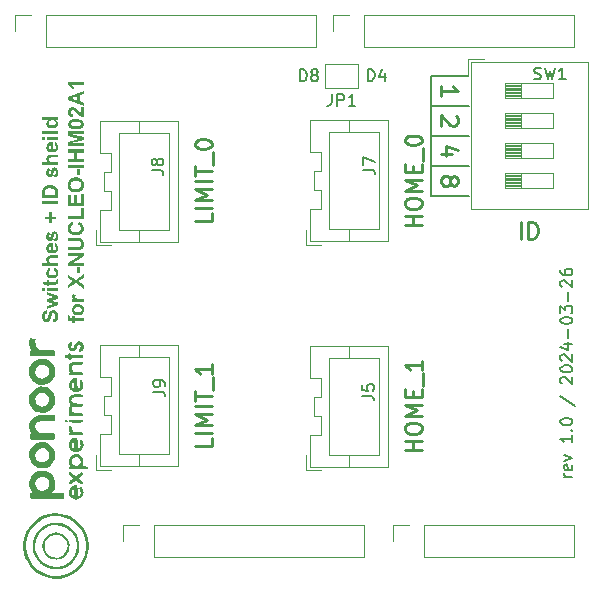
<source format=gbr>
%TF.GenerationSoftware,KiCad,Pcbnew,8.0.1*%
%TF.CreationDate,2024-03-27T15:45:16+09:00*%
%TF.ProjectId,STEP200-switch-id-shield,53544550-3230-4302-9d73-77697463682d,rev?*%
%TF.SameCoordinates,Original*%
%TF.FileFunction,Legend,Top*%
%TF.FilePolarity,Positive*%
%FSLAX46Y46*%
G04 Gerber Fmt 4.6, Leading zero omitted, Abs format (unit mm)*
G04 Created by KiCad (PCBNEW 8.0.1) date 2024-03-27 15:45:16*
%MOMM*%
%LPD*%
G01*
G04 APERTURE LIST*
%ADD10C,0.150000*%
%ADD11C,0.280000*%
%ADD12C,0.260000*%
%ADD13C,0.120000*%
%ADD14C,0.000000*%
G04 APERTURE END LIST*
D10*
X167005000Y-100330000D02*
X170180000Y-100330000D01*
X167005000Y-107950000D02*
X170180000Y-107950000D01*
X167005000Y-105410000D02*
X170180000Y-105410000D01*
X167005000Y-97790000D02*
X167005000Y-107950000D01*
X167005000Y-97790000D02*
X170112500Y-97793000D01*
X167005000Y-102870000D02*
X170180000Y-102870000D01*
D11*
X166184106Y-110446666D02*
X164784106Y-110446666D01*
X165450773Y-110446666D02*
X165450773Y-109646666D01*
X166184106Y-109646666D02*
X164784106Y-109646666D01*
X164784106Y-108713333D02*
X164784106Y-108446666D01*
X164784106Y-108446666D02*
X164850773Y-108313333D01*
X164850773Y-108313333D02*
X164984106Y-108179999D01*
X164984106Y-108179999D02*
X165250773Y-108113333D01*
X165250773Y-108113333D02*
X165717440Y-108113333D01*
X165717440Y-108113333D02*
X165984106Y-108179999D01*
X165984106Y-108179999D02*
X166117440Y-108313333D01*
X166117440Y-108313333D02*
X166184106Y-108446666D01*
X166184106Y-108446666D02*
X166184106Y-108713333D01*
X166184106Y-108713333D02*
X166117440Y-108846666D01*
X166117440Y-108846666D02*
X165984106Y-108979999D01*
X165984106Y-108979999D02*
X165717440Y-109046666D01*
X165717440Y-109046666D02*
X165250773Y-109046666D01*
X165250773Y-109046666D02*
X164984106Y-108979999D01*
X164984106Y-108979999D02*
X164850773Y-108846666D01*
X164850773Y-108846666D02*
X164784106Y-108713333D01*
X166184106Y-107513332D02*
X164784106Y-107513332D01*
X164784106Y-107513332D02*
X165784106Y-107046666D01*
X165784106Y-107046666D02*
X164784106Y-106579999D01*
X164784106Y-106579999D02*
X166184106Y-106579999D01*
X165450773Y-105913332D02*
X165450773Y-105446666D01*
X166184106Y-105246666D02*
X166184106Y-105913332D01*
X166184106Y-105913332D02*
X164784106Y-105913332D01*
X164784106Y-105913332D02*
X164784106Y-105246666D01*
X166317440Y-104979999D02*
X166317440Y-103913332D01*
X164784106Y-103313332D02*
X164784106Y-103179998D01*
X164784106Y-103179998D02*
X164850773Y-103046665D01*
X164850773Y-103046665D02*
X164917440Y-102979998D01*
X164917440Y-102979998D02*
X165050773Y-102913332D01*
X165050773Y-102913332D02*
X165317440Y-102846665D01*
X165317440Y-102846665D02*
X165650773Y-102846665D01*
X165650773Y-102846665D02*
X165917440Y-102913332D01*
X165917440Y-102913332D02*
X166050773Y-102979998D01*
X166050773Y-102979998D02*
X166117440Y-103046665D01*
X166117440Y-103046665D02*
X166184106Y-103179998D01*
X166184106Y-103179998D02*
X166184106Y-103313332D01*
X166184106Y-103313332D02*
X166117440Y-103446665D01*
X166117440Y-103446665D02*
X166050773Y-103513332D01*
X166050773Y-103513332D02*
X165917440Y-103579998D01*
X165917440Y-103579998D02*
X165650773Y-103646665D01*
X165650773Y-103646665D02*
X165317440Y-103646665D01*
X165317440Y-103646665D02*
X165050773Y-103579998D01*
X165050773Y-103579998D02*
X164917440Y-103513332D01*
X164917440Y-103513332D02*
X164850773Y-103446665D01*
X164850773Y-103446665D02*
X164784106Y-103313332D01*
X148404106Y-128496667D02*
X148404106Y-129163333D01*
X148404106Y-129163333D02*
X147004106Y-129163333D01*
X148404106Y-128030000D02*
X147004106Y-128030000D01*
X148404106Y-127363333D02*
X147004106Y-127363333D01*
X147004106Y-127363333D02*
X148004106Y-126896667D01*
X148004106Y-126896667D02*
X147004106Y-126430000D01*
X147004106Y-126430000D02*
X148404106Y-126430000D01*
X148404106Y-125763333D02*
X147004106Y-125763333D01*
X147004106Y-125296666D02*
X147004106Y-124496666D01*
X148404106Y-124896666D02*
X147004106Y-124896666D01*
X148537440Y-124363333D02*
X148537440Y-123296666D01*
X148404106Y-122229999D02*
X148404106Y-123029999D01*
X148404106Y-122629999D02*
X147004106Y-122629999D01*
X147004106Y-122629999D02*
X147204106Y-122763332D01*
X147204106Y-122763332D02*
X147337440Y-122896666D01*
X147337440Y-122896666D02*
X147404106Y-123029999D01*
D10*
X178939819Y-131743220D02*
X178273152Y-131743220D01*
X178463628Y-131743220D02*
X178368390Y-131695601D01*
X178368390Y-131695601D02*
X178320771Y-131647982D01*
X178320771Y-131647982D02*
X178273152Y-131552744D01*
X178273152Y-131552744D02*
X178273152Y-131457506D01*
X178892200Y-130743220D02*
X178939819Y-130838458D01*
X178939819Y-130838458D02*
X178939819Y-131028934D01*
X178939819Y-131028934D02*
X178892200Y-131124172D01*
X178892200Y-131124172D02*
X178796961Y-131171791D01*
X178796961Y-131171791D02*
X178416009Y-131171791D01*
X178416009Y-131171791D02*
X178320771Y-131124172D01*
X178320771Y-131124172D02*
X178273152Y-131028934D01*
X178273152Y-131028934D02*
X178273152Y-130838458D01*
X178273152Y-130838458D02*
X178320771Y-130743220D01*
X178320771Y-130743220D02*
X178416009Y-130695601D01*
X178416009Y-130695601D02*
X178511247Y-130695601D01*
X178511247Y-130695601D02*
X178606485Y-131171791D01*
X178273152Y-130362267D02*
X178939819Y-130124172D01*
X178939819Y-130124172D02*
X178273152Y-129886077D01*
X178939819Y-128219410D02*
X178939819Y-128790838D01*
X178939819Y-128505124D02*
X177939819Y-128505124D01*
X177939819Y-128505124D02*
X178082676Y-128600362D01*
X178082676Y-128600362D02*
X178177914Y-128695600D01*
X178177914Y-128695600D02*
X178225533Y-128790838D01*
X178844580Y-127790838D02*
X178892200Y-127743219D01*
X178892200Y-127743219D02*
X178939819Y-127790838D01*
X178939819Y-127790838D02*
X178892200Y-127838457D01*
X178892200Y-127838457D02*
X178844580Y-127790838D01*
X178844580Y-127790838D02*
X178939819Y-127790838D01*
X177939819Y-127124172D02*
X177939819Y-127028934D01*
X177939819Y-127028934D02*
X177987438Y-126933696D01*
X177987438Y-126933696D02*
X178035057Y-126886077D01*
X178035057Y-126886077D02*
X178130295Y-126838458D01*
X178130295Y-126838458D02*
X178320771Y-126790839D01*
X178320771Y-126790839D02*
X178558866Y-126790839D01*
X178558866Y-126790839D02*
X178749342Y-126838458D01*
X178749342Y-126838458D02*
X178844580Y-126886077D01*
X178844580Y-126886077D02*
X178892200Y-126933696D01*
X178892200Y-126933696D02*
X178939819Y-127028934D01*
X178939819Y-127028934D02*
X178939819Y-127124172D01*
X178939819Y-127124172D02*
X178892200Y-127219410D01*
X178892200Y-127219410D02*
X178844580Y-127267029D01*
X178844580Y-127267029D02*
X178749342Y-127314648D01*
X178749342Y-127314648D02*
X178558866Y-127362267D01*
X178558866Y-127362267D02*
X178320771Y-127362267D01*
X178320771Y-127362267D02*
X178130295Y-127314648D01*
X178130295Y-127314648D02*
X178035057Y-127267029D01*
X178035057Y-127267029D02*
X177987438Y-127219410D01*
X177987438Y-127219410D02*
X177939819Y-127124172D01*
X177892200Y-124886077D02*
X179177914Y-125743219D01*
X178035057Y-123838457D02*
X177987438Y-123790838D01*
X177987438Y-123790838D02*
X177939819Y-123695600D01*
X177939819Y-123695600D02*
X177939819Y-123457505D01*
X177939819Y-123457505D02*
X177987438Y-123362267D01*
X177987438Y-123362267D02*
X178035057Y-123314648D01*
X178035057Y-123314648D02*
X178130295Y-123267029D01*
X178130295Y-123267029D02*
X178225533Y-123267029D01*
X178225533Y-123267029D02*
X178368390Y-123314648D01*
X178368390Y-123314648D02*
X178939819Y-123886076D01*
X178939819Y-123886076D02*
X178939819Y-123267029D01*
X177939819Y-122647981D02*
X177939819Y-122552743D01*
X177939819Y-122552743D02*
X177987438Y-122457505D01*
X177987438Y-122457505D02*
X178035057Y-122409886D01*
X178035057Y-122409886D02*
X178130295Y-122362267D01*
X178130295Y-122362267D02*
X178320771Y-122314648D01*
X178320771Y-122314648D02*
X178558866Y-122314648D01*
X178558866Y-122314648D02*
X178749342Y-122362267D01*
X178749342Y-122362267D02*
X178844580Y-122409886D01*
X178844580Y-122409886D02*
X178892200Y-122457505D01*
X178892200Y-122457505D02*
X178939819Y-122552743D01*
X178939819Y-122552743D02*
X178939819Y-122647981D01*
X178939819Y-122647981D02*
X178892200Y-122743219D01*
X178892200Y-122743219D02*
X178844580Y-122790838D01*
X178844580Y-122790838D02*
X178749342Y-122838457D01*
X178749342Y-122838457D02*
X178558866Y-122886076D01*
X178558866Y-122886076D02*
X178320771Y-122886076D01*
X178320771Y-122886076D02*
X178130295Y-122838457D01*
X178130295Y-122838457D02*
X178035057Y-122790838D01*
X178035057Y-122790838D02*
X177987438Y-122743219D01*
X177987438Y-122743219D02*
X177939819Y-122647981D01*
X178035057Y-121933695D02*
X177987438Y-121886076D01*
X177987438Y-121886076D02*
X177939819Y-121790838D01*
X177939819Y-121790838D02*
X177939819Y-121552743D01*
X177939819Y-121552743D02*
X177987438Y-121457505D01*
X177987438Y-121457505D02*
X178035057Y-121409886D01*
X178035057Y-121409886D02*
X178130295Y-121362267D01*
X178130295Y-121362267D02*
X178225533Y-121362267D01*
X178225533Y-121362267D02*
X178368390Y-121409886D01*
X178368390Y-121409886D02*
X178939819Y-121981314D01*
X178939819Y-121981314D02*
X178939819Y-121362267D01*
X178273152Y-120505124D02*
X178939819Y-120505124D01*
X177892200Y-120743219D02*
X178606485Y-120981314D01*
X178606485Y-120981314D02*
X178606485Y-120362267D01*
X178558866Y-119981314D02*
X178558866Y-119219410D01*
X177939819Y-118552743D02*
X177939819Y-118457505D01*
X177939819Y-118457505D02*
X177987438Y-118362267D01*
X177987438Y-118362267D02*
X178035057Y-118314648D01*
X178035057Y-118314648D02*
X178130295Y-118267029D01*
X178130295Y-118267029D02*
X178320771Y-118219410D01*
X178320771Y-118219410D02*
X178558866Y-118219410D01*
X178558866Y-118219410D02*
X178749342Y-118267029D01*
X178749342Y-118267029D02*
X178844580Y-118314648D01*
X178844580Y-118314648D02*
X178892200Y-118362267D01*
X178892200Y-118362267D02*
X178939819Y-118457505D01*
X178939819Y-118457505D02*
X178939819Y-118552743D01*
X178939819Y-118552743D02*
X178892200Y-118647981D01*
X178892200Y-118647981D02*
X178844580Y-118695600D01*
X178844580Y-118695600D02*
X178749342Y-118743219D01*
X178749342Y-118743219D02*
X178558866Y-118790838D01*
X178558866Y-118790838D02*
X178320771Y-118790838D01*
X178320771Y-118790838D02*
X178130295Y-118743219D01*
X178130295Y-118743219D02*
X178035057Y-118695600D01*
X178035057Y-118695600D02*
X177987438Y-118647981D01*
X177987438Y-118647981D02*
X177939819Y-118552743D01*
X177939819Y-117886076D02*
X177939819Y-117267029D01*
X177939819Y-117267029D02*
X178320771Y-117600362D01*
X178320771Y-117600362D02*
X178320771Y-117457505D01*
X178320771Y-117457505D02*
X178368390Y-117362267D01*
X178368390Y-117362267D02*
X178416009Y-117314648D01*
X178416009Y-117314648D02*
X178511247Y-117267029D01*
X178511247Y-117267029D02*
X178749342Y-117267029D01*
X178749342Y-117267029D02*
X178844580Y-117314648D01*
X178844580Y-117314648D02*
X178892200Y-117362267D01*
X178892200Y-117362267D02*
X178939819Y-117457505D01*
X178939819Y-117457505D02*
X178939819Y-117743219D01*
X178939819Y-117743219D02*
X178892200Y-117838457D01*
X178892200Y-117838457D02*
X178844580Y-117886076D01*
X178558866Y-116838457D02*
X178558866Y-116076553D01*
X178035057Y-115647981D02*
X177987438Y-115600362D01*
X177987438Y-115600362D02*
X177939819Y-115505124D01*
X177939819Y-115505124D02*
X177939819Y-115267029D01*
X177939819Y-115267029D02*
X177987438Y-115171791D01*
X177987438Y-115171791D02*
X178035057Y-115124172D01*
X178035057Y-115124172D02*
X178130295Y-115076553D01*
X178130295Y-115076553D02*
X178225533Y-115076553D01*
X178225533Y-115076553D02*
X178368390Y-115124172D01*
X178368390Y-115124172D02*
X178939819Y-115695600D01*
X178939819Y-115695600D02*
X178939819Y-115076553D01*
X177939819Y-114219410D02*
X177939819Y-114409886D01*
X177939819Y-114409886D02*
X177987438Y-114505124D01*
X177987438Y-114505124D02*
X178035057Y-114552743D01*
X178035057Y-114552743D02*
X178177914Y-114647981D01*
X178177914Y-114647981D02*
X178368390Y-114695600D01*
X178368390Y-114695600D02*
X178749342Y-114695600D01*
X178749342Y-114695600D02*
X178844580Y-114647981D01*
X178844580Y-114647981D02*
X178892200Y-114600362D01*
X178892200Y-114600362D02*
X178939819Y-114505124D01*
X178939819Y-114505124D02*
X178939819Y-114314648D01*
X178939819Y-114314648D02*
X178892200Y-114219410D01*
X178892200Y-114219410D02*
X178844580Y-114171791D01*
X178844580Y-114171791D02*
X178749342Y-114124172D01*
X178749342Y-114124172D02*
X178511247Y-114124172D01*
X178511247Y-114124172D02*
X178416009Y-114171791D01*
X178416009Y-114171791D02*
X178368390Y-114219410D01*
X178368390Y-114219410D02*
X178320771Y-114314648D01*
X178320771Y-114314648D02*
X178320771Y-114505124D01*
X178320771Y-114505124D02*
X178368390Y-114600362D01*
X178368390Y-114600362D02*
X178416009Y-114647981D01*
X178416009Y-114647981D02*
X178511247Y-114695600D01*
D11*
X168759226Y-104406667D02*
X167825893Y-104406667D01*
X169292560Y-104073334D02*
X168292560Y-103740000D01*
X168292560Y-103740000D02*
X168292560Y-104606667D01*
X169092560Y-101200000D02*
X169159226Y-101266667D01*
X169159226Y-101266667D02*
X169225893Y-101400000D01*
X169225893Y-101400000D02*
X169225893Y-101733334D01*
X169225893Y-101733334D02*
X169159226Y-101866667D01*
X169159226Y-101866667D02*
X169092560Y-101933334D01*
X169092560Y-101933334D02*
X168959226Y-102000000D01*
X168959226Y-102000000D02*
X168825893Y-102000000D01*
X168825893Y-102000000D02*
X168625893Y-101933334D01*
X168625893Y-101933334D02*
X167825893Y-101133334D01*
X167825893Y-101133334D02*
X167825893Y-102000000D01*
D10*
X155887808Y-98255253D02*
X155887808Y-97255253D01*
X155887808Y-97255253D02*
X156125903Y-97255253D01*
X156125903Y-97255253D02*
X156268760Y-97302872D01*
X156268760Y-97302872D02*
X156363998Y-97398110D01*
X156363998Y-97398110D02*
X156411617Y-97493348D01*
X156411617Y-97493348D02*
X156459236Y-97683824D01*
X156459236Y-97683824D02*
X156459236Y-97826681D01*
X156459236Y-97826681D02*
X156411617Y-98017157D01*
X156411617Y-98017157D02*
X156363998Y-98112395D01*
X156363998Y-98112395D02*
X156268760Y-98207634D01*
X156268760Y-98207634D02*
X156125903Y-98255253D01*
X156125903Y-98255253D02*
X155887808Y-98255253D01*
X157030665Y-97683824D02*
X156935427Y-97636205D01*
X156935427Y-97636205D02*
X156887808Y-97588586D01*
X156887808Y-97588586D02*
X156840189Y-97493348D01*
X156840189Y-97493348D02*
X156840189Y-97445729D01*
X156840189Y-97445729D02*
X156887808Y-97350491D01*
X156887808Y-97350491D02*
X156935427Y-97302872D01*
X156935427Y-97302872D02*
X157030665Y-97255253D01*
X157030665Y-97255253D02*
X157221141Y-97255253D01*
X157221141Y-97255253D02*
X157316379Y-97302872D01*
X157316379Y-97302872D02*
X157363998Y-97350491D01*
X157363998Y-97350491D02*
X157411617Y-97445729D01*
X157411617Y-97445729D02*
X157411617Y-97493348D01*
X157411617Y-97493348D02*
X157363998Y-97588586D01*
X157363998Y-97588586D02*
X157316379Y-97636205D01*
X157316379Y-97636205D02*
X157221141Y-97683824D01*
X157221141Y-97683824D02*
X157030665Y-97683824D01*
X157030665Y-97683824D02*
X156935427Y-97731443D01*
X156935427Y-97731443D02*
X156887808Y-97779062D01*
X156887808Y-97779062D02*
X156840189Y-97874300D01*
X156840189Y-97874300D02*
X156840189Y-98064776D01*
X156840189Y-98064776D02*
X156887808Y-98160014D01*
X156887808Y-98160014D02*
X156935427Y-98207634D01*
X156935427Y-98207634D02*
X157030665Y-98255253D01*
X157030665Y-98255253D02*
X157221141Y-98255253D01*
X157221141Y-98255253D02*
X157316379Y-98207634D01*
X157316379Y-98207634D02*
X157363998Y-98160014D01*
X157363998Y-98160014D02*
X157411617Y-98064776D01*
X157411617Y-98064776D02*
X157411617Y-97874300D01*
X157411617Y-97874300D02*
X157363998Y-97779062D01*
X157363998Y-97779062D02*
X157316379Y-97731443D01*
X157316379Y-97731443D02*
X157221141Y-97683824D01*
D12*
G36*
X134963258Y-118678956D02*
G01*
X134942937Y-118421769D01*
X135008390Y-118404963D01*
X135068742Y-118377453D01*
X135120089Y-118336449D01*
X135127732Y-118327784D01*
X135161355Y-118273033D01*
X135181022Y-118206577D01*
X135186789Y-118136004D01*
X135182595Y-118069179D01*
X135168096Y-118006594D01*
X135137027Y-117947700D01*
X135133764Y-117943590D01*
X135083686Y-117899311D01*
X135022478Y-117879386D01*
X135009298Y-117878817D01*
X134946190Y-117895483D01*
X134931507Y-117906123D01*
X134892971Y-117959329D01*
X134875624Y-118001060D01*
X134856194Y-118064570D01*
X134838439Y-118129338D01*
X134821783Y-118192667D01*
X134816566Y-118212843D01*
X134799025Y-118276131D01*
X134776462Y-118343911D01*
X134752246Y-118402782D01*
X134721907Y-118460208D01*
X134684480Y-118510990D01*
X134634399Y-118558004D01*
X134579730Y-118593470D01*
X134520473Y-118617389D01*
X134456627Y-118629761D01*
X134418084Y-118631646D01*
X134350205Y-118624968D01*
X134285403Y-118604933D01*
X134229162Y-118575129D01*
X134178118Y-118534738D01*
X134135321Y-118484612D01*
X134100773Y-118424749D01*
X134094853Y-118411608D01*
X134072597Y-118347953D01*
X134058929Y-118285551D01*
X134051016Y-118217672D01*
X134048813Y-118153785D01*
X134051519Y-118079764D01*
X134059635Y-118011697D01*
X134073162Y-117949583D01*
X134096536Y-117882905D01*
X134127702Y-117824799D01*
X134159626Y-117782927D01*
X134211647Y-117734001D01*
X134270748Y-117696410D01*
X134336929Y-117670153D01*
X134399291Y-117656669D01*
X134455233Y-117651793D01*
X134455233Y-117916284D01*
X134389850Y-117934397D01*
X134333095Y-117969412D01*
X134315209Y-117988995D01*
X134285907Y-118048588D01*
X134273851Y-118116695D01*
X134272344Y-118156643D01*
X134276871Y-118223644D01*
X134292309Y-118286171D01*
X134318702Y-118336992D01*
X134372104Y-118375589D01*
X134398715Y-118378904D01*
X134459500Y-118356757D01*
X134476507Y-118339532D01*
X134508313Y-118282007D01*
X134530460Y-118221282D01*
X134550457Y-118153464D01*
X134565094Y-118096632D01*
X134582783Y-118027777D01*
X134600606Y-117966000D01*
X134621569Y-117902870D01*
X134645750Y-117842517D01*
X134660983Y-117811186D01*
X134695048Y-117757376D01*
X134740613Y-117707281D01*
X134794658Y-117666716D01*
X134857631Y-117636889D01*
X134923020Y-117620517D01*
X134988497Y-117614531D01*
X135003900Y-117614326D01*
X135073152Y-117620435D01*
X135139614Y-117638760D01*
X135203284Y-117669302D01*
X135215683Y-117676877D01*
X135267210Y-117716155D01*
X135310700Y-117763622D01*
X135346153Y-117819276D01*
X135362376Y-117853733D01*
X135383352Y-117914398D01*
X135398334Y-117982089D01*
X135406528Y-118047080D01*
X135410133Y-118117451D01*
X135410321Y-118138545D01*
X135407538Y-118213323D01*
X135399189Y-118282475D01*
X135385274Y-118345998D01*
X135361230Y-118414797D01*
X135329171Y-118475492D01*
X135296332Y-118519881D01*
X135249795Y-118566009D01*
X135195913Y-118604613D01*
X135134686Y-118635693D01*
X135066114Y-118659250D01*
X135003359Y-118673134D01*
X134963258Y-118678956D01*
G37*
G36*
X135390000Y-117224099D02*
G01*
X134434912Y-117524152D01*
X134434912Y-117280300D01*
X135060736Y-117102491D01*
X134434912Y-116938970D01*
X134434912Y-116697023D01*
X135060736Y-116538900D01*
X134434912Y-116357916D01*
X134434912Y-116110254D01*
X135390000Y-116415069D01*
X135390000Y-116656064D01*
X134775607Y-116819584D01*
X135390000Y-116980247D01*
X135390000Y-117224099D01*
G37*
G36*
X134292665Y-115986106D02*
G01*
X134069134Y-115986106D01*
X134069134Y-115734951D01*
X134292665Y-115734951D01*
X134292665Y-115986106D01*
G37*
G36*
X135390000Y-115986106D02*
G01*
X134434912Y-115986106D01*
X134434912Y-115734951D01*
X135390000Y-115734951D01*
X135390000Y-115986106D01*
G37*
G36*
X134434912Y-115045624D02*
G01*
X134617801Y-115045624D01*
X134617801Y-115217083D01*
X135032477Y-115217083D01*
X135100997Y-115216617D01*
X135165289Y-115214176D01*
X135179487Y-115212320D01*
X135214096Y-115189776D01*
X135227431Y-115147547D01*
X135216026Y-115084815D01*
X135203300Y-115046577D01*
X135377299Y-115024986D01*
X135396099Y-115087936D01*
X135407096Y-115156288D01*
X135410321Y-115223115D01*
X135404446Y-115287730D01*
X135386824Y-115345676D01*
X135352121Y-115402383D01*
X135326179Y-115425690D01*
X135266071Y-115452329D01*
X135225526Y-115460935D01*
X135157499Y-115466888D01*
X135091682Y-115468593D01*
X135043590Y-115468872D01*
X134617801Y-115468872D01*
X134617801Y-115584131D01*
X134434912Y-115584131D01*
X134434912Y-115468872D01*
X134252023Y-115468872D01*
X134109776Y-115217083D01*
X134434912Y-115217083D01*
X134434912Y-115045624D01*
G37*
G36*
X134699085Y-114047672D02*
G01*
X134739727Y-114295017D01*
X134677732Y-114315417D01*
X134633360Y-114351852D01*
X134604348Y-114409842D01*
X134597480Y-114466475D01*
X134607214Y-114531412D01*
X134639728Y-114589769D01*
X134666699Y-114616025D01*
X134725279Y-114647841D01*
X134789562Y-114664050D01*
X134859059Y-114671035D01*
X134898168Y-114671908D01*
X134962081Y-114669921D01*
X135027251Y-114662580D01*
X135089340Y-114647568D01*
X135148366Y-114618867D01*
X135153133Y-114615390D01*
X135198409Y-114567316D01*
X135222788Y-114508348D01*
X135227431Y-114462983D01*
X135217192Y-114398051D01*
X135186472Y-114346137D01*
X135134728Y-114309203D01*
X135074547Y-114288194D01*
X135044542Y-114281681D01*
X135085184Y-114035289D01*
X135151845Y-114055471D01*
X135210970Y-114082398D01*
X135269314Y-114121433D01*
X135317814Y-114169278D01*
X135328401Y-114182616D01*
X135364241Y-114241714D01*
X135387201Y-114301043D01*
X135402321Y-114367482D01*
X135409601Y-114441033D01*
X135410321Y-114474731D01*
X135405688Y-114549763D01*
X135391790Y-114618878D01*
X135368628Y-114682077D01*
X135336200Y-114739360D01*
X135294508Y-114790727D01*
X135278551Y-114806535D01*
X135225469Y-114848510D01*
X135165288Y-114881801D01*
X135098007Y-114906407D01*
X135023626Y-114922329D01*
X134956219Y-114928963D01*
X134913408Y-114930048D01*
X134842236Y-114927017D01*
X134776164Y-114917924D01*
X134703610Y-114899011D01*
X134638401Y-114871369D01*
X134580538Y-114834997D01*
X134546043Y-114805900D01*
X134501370Y-114756263D01*
X134465940Y-114700465D01*
X134439752Y-114638504D01*
X134422807Y-114570382D01*
X134415105Y-114496099D01*
X134414591Y-114469968D01*
X134417964Y-114397649D01*
X134428083Y-114332106D01*
X134447908Y-114265497D01*
X134476544Y-114207739D01*
X134485080Y-114194682D01*
X134530378Y-114141718D01*
X134580426Y-114102272D01*
X134639683Y-114070009D01*
X134699085Y-114047672D01*
G37*
G36*
X134069134Y-113612358D02*
G01*
X134549853Y-113612358D01*
X134503885Y-113565200D01*
X134462276Y-113505949D01*
X134433612Y-113442140D01*
X134417894Y-113373773D01*
X134414591Y-113322149D01*
X134419936Y-113254550D01*
X134435971Y-113192610D01*
X134446978Y-113165931D01*
X134481247Y-113108276D01*
X134526414Y-113063387D01*
X134529532Y-113061151D01*
X134585971Y-113029977D01*
X134640980Y-113012889D01*
X134707268Y-113003989D01*
X134777513Y-113000493D01*
X134830537Y-112999870D01*
X135390000Y-112999870D01*
X135390000Y-113250708D01*
X134879434Y-113250708D01*
X134810474Y-113251601D01*
X134743752Y-113255229D01*
X134686702Y-113264996D01*
X134632974Y-113300693D01*
X134621612Y-113315481D01*
X134599389Y-113376864D01*
X134597480Y-113405973D01*
X134607326Y-113472123D01*
X134628597Y-113517739D01*
X134673192Y-113564767D01*
X134721629Y-113589815D01*
X134787508Y-113605225D01*
X134855302Y-113611279D01*
X134905788Y-113612358D01*
X135390000Y-113612358D01*
X135390000Y-113863196D01*
X134069134Y-113863196D01*
X134069134Y-113612358D01*
G37*
G36*
X134983579Y-111938415D02*
G01*
X134983579Y-112567096D01*
X135050791Y-112560083D01*
X135113120Y-112539833D01*
X135163293Y-112506451D01*
X135204820Y-112454524D01*
X135225177Y-112393165D01*
X135227431Y-112361664D01*
X135217245Y-112298514D01*
X135198538Y-112262916D01*
X135148653Y-112220201D01*
X135105505Y-112201953D01*
X135146147Y-111951751D01*
X135206912Y-111979375D01*
X135266069Y-112018801D01*
X135315480Y-112067069D01*
X135343007Y-112104159D01*
X135375546Y-112166706D01*
X135395530Y-112229261D01*
X135407099Y-112298366D01*
X135410321Y-112364204D01*
X135406359Y-112438451D01*
X135394476Y-112506404D01*
X135374670Y-112568062D01*
X135340445Y-112633743D01*
X135294812Y-112690360D01*
X135248070Y-112730617D01*
X135187864Y-112767114D01*
X135121155Y-112794647D01*
X135058801Y-112811112D01*
X134991669Y-112820991D01*
X134919759Y-112824284D01*
X134848249Y-112821277D01*
X134781763Y-112812253D01*
X134708611Y-112793485D01*
X134642692Y-112766055D01*
X134584006Y-112729962D01*
X134548900Y-112701088D01*
X134503256Y-112652590D01*
X134467056Y-112599493D01*
X134440299Y-112541797D01*
X134422986Y-112479502D01*
X134415116Y-112412608D01*
X134414591Y-112389288D01*
X134415389Y-112374364D01*
X134597480Y-112374364D01*
X134608967Y-112440635D01*
X134643426Y-112496087D01*
X134657491Y-112509944D01*
X134713582Y-112544529D01*
X134777916Y-112560455D01*
X134821011Y-112562651D01*
X134821011Y-112187665D01*
X134757694Y-112194245D01*
X134695302Y-112215320D01*
X134654633Y-112243866D01*
X134615564Y-112295255D01*
X134597983Y-112360161D01*
X134597480Y-112374364D01*
X134415389Y-112374364D01*
X134418010Y-112325383D01*
X134431137Y-112254448D01*
X134454110Y-112189786D01*
X134486928Y-112131398D01*
X134529592Y-112079284D01*
X134554616Y-112055579D01*
X134612360Y-112014117D01*
X134680575Y-111981652D01*
X134745419Y-111961471D01*
X134817535Y-111947538D01*
X134896921Y-111939853D01*
X134965666Y-111938203D01*
X134983579Y-111938415D01*
G37*
G36*
X135125826Y-111827285D02*
G01*
X135085184Y-111575495D01*
X135146624Y-111551126D01*
X135191235Y-111510404D01*
X135218382Y-111451346D01*
X135227290Y-111383522D01*
X135227431Y-111372602D01*
X135222386Y-111306475D01*
X135201889Y-111242778D01*
X135191552Y-111226228D01*
X135134841Y-111193722D01*
X135124556Y-111193206D01*
X135077247Y-111210987D01*
X135050029Y-111272241D01*
X135044225Y-111295129D01*
X135027655Y-111367542D01*
X135011441Y-111433010D01*
X134991677Y-111505077D01*
X134972471Y-111566292D01*
X134946521Y-111633760D01*
X134921664Y-111679958D01*
X134879315Y-111729133D01*
X134822659Y-111767661D01*
X134756459Y-111788407D01*
X134707023Y-111792358D01*
X134640508Y-111784673D01*
X134580271Y-111761616D01*
X134526314Y-111723189D01*
X134499050Y-111695198D01*
X134462100Y-111639772D01*
X134438428Y-111580302D01*
X134422839Y-111510592D01*
X134415911Y-111442689D01*
X134414591Y-111393241D01*
X134416935Y-111323768D01*
X134425596Y-111251605D01*
X134440637Y-111189014D01*
X134465642Y-111129202D01*
X134481270Y-111103984D01*
X134523850Y-111055279D01*
X134576576Y-111015967D01*
X134639450Y-110986048D01*
X134678764Y-110973485D01*
X134719406Y-111210352D01*
X134659014Y-111238077D01*
X134628914Y-111268140D01*
X134603497Y-111327101D01*
X134597480Y-111388796D01*
X134601365Y-111455191D01*
X134618630Y-111519131D01*
X134625104Y-111530725D01*
X134676224Y-111559302D01*
X134721629Y-111534218D01*
X134747528Y-111472645D01*
X134765874Y-111408864D01*
X134784043Y-111335995D01*
X134792435Y-111299891D01*
X134810198Y-111229001D01*
X134829435Y-111166594D01*
X134853741Y-111104509D01*
X134883974Y-111047693D01*
X134904200Y-111019842D01*
X134956563Y-110975192D01*
X135021532Y-110949075D01*
X135091535Y-110941416D01*
X135162077Y-110950031D01*
X135226893Y-110975875D01*
X135279700Y-111013312D01*
X135316336Y-111050324D01*
X135352957Y-111102970D01*
X135380583Y-111165613D01*
X135397104Y-111227265D01*
X135407016Y-111296261D01*
X135410321Y-111372602D01*
X135407630Y-111442507D01*
X135399560Y-111506718D01*
X135383344Y-111574436D01*
X135359805Y-111634405D01*
X135333799Y-111679640D01*
X135292105Y-111731137D01*
X135243545Y-111772910D01*
X135188119Y-111804960D01*
X135125826Y-111827285D01*
G37*
G36*
X135207110Y-109933621D02*
G01*
X134861653Y-109933621D01*
X134861653Y-110276538D01*
X134638122Y-110276538D01*
X134638122Y-109933621D01*
X134292665Y-109933621D01*
X134292665Y-109705010D01*
X134638122Y-109705010D01*
X134638122Y-109361140D01*
X134861653Y-109361140D01*
X134861653Y-109705010D01*
X135207110Y-109705010D01*
X135207110Y-109933621D01*
G37*
G36*
X135390000Y-108660066D02*
G01*
X134069134Y-108660066D01*
X134069134Y-108395893D01*
X135390000Y-108395893D01*
X135390000Y-108660066D01*
G37*
G36*
X134811388Y-107051873D02*
G01*
X134876223Y-107057662D01*
X134945074Y-107069003D01*
X135008330Y-107085385D01*
X135023269Y-107090268D01*
X135083707Y-107113682D01*
X135146342Y-107145388D01*
X135202111Y-107182374D01*
X135251013Y-107224638D01*
X135256643Y-107230293D01*
X135299612Y-107283327D01*
X135332555Y-107341373D01*
X135357218Y-107401621D01*
X135362058Y-107416039D01*
X135377966Y-107483229D01*
X135386070Y-107548528D01*
X135389563Y-107614372D01*
X135390000Y-107650048D01*
X135390000Y-108147595D01*
X134069134Y-108147595D01*
X134069134Y-107883105D01*
X134292665Y-107883105D01*
X135166468Y-107883105D01*
X135166468Y-107685928D01*
X135164968Y-107617022D01*
X135158717Y-107550379D01*
X135153768Y-107525900D01*
X135130290Y-107463936D01*
X135099155Y-107419532D01*
X135047956Y-107380954D01*
X134988003Y-107355454D01*
X134971831Y-107350314D01*
X134903131Y-107334948D01*
X134835647Y-107327120D01*
X134767143Y-107323746D01*
X134729884Y-107323325D01*
X134657947Y-107325011D01*
X134587597Y-107330942D01*
X134522569Y-107342538D01*
X134495240Y-107350314D01*
X134434655Y-107375547D01*
X134379595Y-107413519D01*
X134367599Y-107425247D01*
X134329021Y-107479781D01*
X134306407Y-107542873D01*
X134305366Y-107547491D01*
X134296684Y-107616192D01*
X134293670Y-107681859D01*
X134292678Y-107754357D01*
X134292665Y-107764354D01*
X134292665Y-107883105D01*
X134069134Y-107883105D01*
X134069134Y-107664337D01*
X134070334Y-107596519D01*
X134074646Y-107528129D01*
X134083244Y-107462813D01*
X134094218Y-107415087D01*
X134117726Y-107353020D01*
X134149674Y-107296126D01*
X134190061Y-107244407D01*
X134216144Y-107217909D01*
X134268374Y-107174766D01*
X134326833Y-107137851D01*
X134391521Y-107107165D01*
X134430150Y-107092808D01*
X134497046Y-107074055D01*
X134561669Y-107062041D01*
X134631974Y-107054130D01*
X134696759Y-107050613D01*
X134742267Y-107049944D01*
X134811388Y-107051873D01*
G37*
G36*
X135125826Y-106418087D02*
G01*
X135085184Y-106166297D01*
X135146624Y-106141928D01*
X135191235Y-106101207D01*
X135218382Y-106042149D01*
X135227290Y-105974325D01*
X135227431Y-105963405D01*
X135222386Y-105897277D01*
X135201889Y-105833580D01*
X135191552Y-105817030D01*
X135134841Y-105784525D01*
X135124556Y-105784009D01*
X135077247Y-105801789D01*
X135050029Y-105863044D01*
X135044225Y-105885931D01*
X135027655Y-105958345D01*
X135011441Y-106023812D01*
X134991677Y-106095880D01*
X134972471Y-106157094D01*
X134946521Y-106224563D01*
X134921664Y-106270760D01*
X134879315Y-106319935D01*
X134822659Y-106358463D01*
X134756459Y-106379209D01*
X134707023Y-106383161D01*
X134640508Y-106375475D01*
X134580271Y-106352419D01*
X134526314Y-106313991D01*
X134499050Y-106286001D01*
X134462100Y-106230575D01*
X134438428Y-106171105D01*
X134422839Y-106101394D01*
X134415911Y-106033492D01*
X134414591Y-105984043D01*
X134416935Y-105914571D01*
X134425596Y-105842408D01*
X134440637Y-105779816D01*
X134465642Y-105720004D01*
X134481270Y-105694787D01*
X134523850Y-105646081D01*
X134576576Y-105606769D01*
X134639450Y-105576850D01*
X134678764Y-105564288D01*
X134719406Y-105801154D01*
X134659014Y-105828879D01*
X134628914Y-105858942D01*
X134603497Y-105917903D01*
X134597480Y-105979598D01*
X134601365Y-106045994D01*
X134618630Y-106109933D01*
X134625104Y-106121528D01*
X134676224Y-106150104D01*
X134721629Y-106125020D01*
X134747528Y-106063447D01*
X134765874Y-105999666D01*
X134784043Y-105926798D01*
X134792435Y-105890694D01*
X134810198Y-105819804D01*
X134829435Y-105757397D01*
X134853741Y-105695311D01*
X134883974Y-105638496D01*
X134904200Y-105610645D01*
X134956563Y-105565994D01*
X135021532Y-105539877D01*
X135091535Y-105532219D01*
X135162077Y-105540833D01*
X135226893Y-105566678D01*
X135279700Y-105604115D01*
X135316336Y-105641127D01*
X135352957Y-105693772D01*
X135380583Y-105756416D01*
X135397104Y-105818067D01*
X135407016Y-105887064D01*
X135410321Y-105963405D01*
X135407630Y-106033309D01*
X135399560Y-106097521D01*
X135383344Y-106165239D01*
X135359805Y-106225208D01*
X135333799Y-106270443D01*
X135292105Y-106321940D01*
X135243545Y-106363713D01*
X135188119Y-106395762D01*
X135125826Y-106418087D01*
G37*
G36*
X134069134Y-105067376D02*
G01*
X134549853Y-105067376D01*
X134503885Y-105020217D01*
X134462276Y-104960966D01*
X134433612Y-104897157D01*
X134417894Y-104828790D01*
X134414591Y-104777166D01*
X134419936Y-104709567D01*
X134435971Y-104647627D01*
X134446978Y-104620949D01*
X134481247Y-104563293D01*
X134526414Y-104518405D01*
X134529532Y-104516168D01*
X134585971Y-104484994D01*
X134640980Y-104467906D01*
X134707268Y-104459007D01*
X134777513Y-104455511D01*
X134830537Y-104454888D01*
X135390000Y-104454888D01*
X135390000Y-104705725D01*
X134879434Y-104705725D01*
X134810474Y-104706618D01*
X134743752Y-104710246D01*
X134686702Y-104720013D01*
X134632974Y-104755711D01*
X134621612Y-104770498D01*
X134599389Y-104831881D01*
X134597480Y-104860990D01*
X134607326Y-104927140D01*
X134628597Y-104972756D01*
X134673192Y-105019784D01*
X134721629Y-105044832D01*
X134787508Y-105060243D01*
X134855302Y-105066297D01*
X134905788Y-105067376D01*
X135390000Y-105067376D01*
X135390000Y-105318213D01*
X134069134Y-105318213D01*
X134069134Y-105067376D01*
G37*
G36*
X134983579Y-103393433D02*
G01*
X134983579Y-104022114D01*
X135050791Y-104015100D01*
X135113120Y-103994850D01*
X135163293Y-103961468D01*
X135204820Y-103909542D01*
X135225177Y-103848182D01*
X135227431Y-103816681D01*
X135217245Y-103753531D01*
X135198538Y-103717934D01*
X135148653Y-103675218D01*
X135105505Y-103656971D01*
X135146147Y-103406769D01*
X135206912Y-103434392D01*
X135266069Y-103473819D01*
X135315480Y-103522086D01*
X135343007Y-103559176D01*
X135375546Y-103621723D01*
X135395530Y-103684279D01*
X135407099Y-103753383D01*
X135410321Y-103819221D01*
X135406359Y-103893469D01*
X135394476Y-103961421D01*
X135374670Y-104023080D01*
X135340445Y-104088761D01*
X135294812Y-104145378D01*
X135248070Y-104185635D01*
X135187864Y-104222132D01*
X135121155Y-104249665D01*
X135058801Y-104266130D01*
X134991669Y-104276009D01*
X134919759Y-104279302D01*
X134848249Y-104276294D01*
X134781763Y-104267271D01*
X134708611Y-104248503D01*
X134642692Y-104221072D01*
X134584006Y-104184980D01*
X134548900Y-104156106D01*
X134503256Y-104107608D01*
X134467056Y-104054510D01*
X134440299Y-103996814D01*
X134422986Y-103934519D01*
X134415116Y-103867625D01*
X134414591Y-103844305D01*
X134415389Y-103829382D01*
X134597480Y-103829382D01*
X134608967Y-103895652D01*
X134643426Y-103951105D01*
X134657491Y-103964961D01*
X134713582Y-103999547D01*
X134777916Y-104015472D01*
X134821011Y-104017669D01*
X134821011Y-103642683D01*
X134757694Y-103649262D01*
X134695302Y-103670338D01*
X134654633Y-103698883D01*
X134615564Y-103750272D01*
X134597983Y-103815178D01*
X134597480Y-103829382D01*
X134415389Y-103829382D01*
X134418010Y-103780400D01*
X134431137Y-103709465D01*
X134454110Y-103644804D01*
X134486928Y-103586416D01*
X134529592Y-103534301D01*
X134554616Y-103510596D01*
X134612360Y-103469134D01*
X134680575Y-103436670D01*
X134745419Y-103416488D01*
X134817535Y-103402555D01*
X134896921Y-103394870D01*
X134965666Y-103393220D01*
X134983579Y-103393433D01*
G37*
G36*
X134292665Y-103194033D02*
G01*
X134069134Y-103194033D01*
X134069134Y-102942878D01*
X134292665Y-102942878D01*
X134292665Y-103194033D01*
G37*
G36*
X135390000Y-103194033D02*
G01*
X134434912Y-103194033D01*
X134434912Y-102942878D01*
X135390000Y-102942878D01*
X135390000Y-103194033D01*
G37*
G36*
X135390000Y-102688548D02*
G01*
X134069134Y-102688548D01*
X134069134Y-102437393D01*
X135390000Y-102437393D01*
X135390000Y-102688548D01*
G37*
G36*
X135390000Y-101546127D02*
G01*
X135250610Y-101546127D01*
X135301540Y-101588550D01*
X135345804Y-101640479D01*
X135371266Y-101683293D01*
X135395065Y-101742768D01*
X135408452Y-101807602D01*
X135410321Y-101842686D01*
X135404000Y-101911978D01*
X135385038Y-101976772D01*
X135353436Y-102037069D01*
X135309192Y-102092869D01*
X135278234Y-102122735D01*
X135224910Y-102162336D01*
X135164241Y-102193744D01*
X135096227Y-102216959D01*
X135033938Y-102230046D01*
X134966548Y-102237443D01*
X134908963Y-102239263D01*
X134836093Y-102236496D01*
X134768897Y-102228194D01*
X134695751Y-102210925D01*
X134630777Y-102185686D01*
X134573974Y-102152477D01*
X134540645Y-102125910D01*
X134491528Y-102073338D01*
X134454475Y-102015084D01*
X134429486Y-101951147D01*
X134416561Y-101881527D01*
X134414591Y-101839193D01*
X134420772Y-101773150D01*
X134597480Y-101773150D01*
X134607973Y-101836003D01*
X134643022Y-101894924D01*
X134672096Y-101922700D01*
X134731881Y-101957047D01*
X134793745Y-101974544D01*
X134858518Y-101982085D01*
X134894357Y-101983028D01*
X134959744Y-101981023D01*
X135024165Y-101973819D01*
X135089231Y-101957447D01*
X135124556Y-101941116D01*
X135178807Y-101898468D01*
X135215275Y-101840597D01*
X135227331Y-101778024D01*
X135227431Y-101771245D01*
X135214698Y-101705319D01*
X135176496Y-101647882D01*
X135150275Y-101624235D01*
X135094580Y-101592087D01*
X135031675Y-101573334D01*
X134965597Y-101564761D01*
X134919441Y-101563272D01*
X134849156Y-101566098D01*
X134780066Y-101576249D01*
X134716668Y-101596492D01*
X134673049Y-101622330D01*
X134626999Y-101671074D01*
X134601096Y-101734461D01*
X134597480Y-101773150D01*
X134420772Y-101773150D01*
X134420912Y-101771649D01*
X134439873Y-101708207D01*
X134471476Y-101648867D01*
X134515720Y-101593630D01*
X134546678Y-101563907D01*
X134069134Y-101563907D01*
X134069134Y-101313070D01*
X135390000Y-101313070D01*
X135390000Y-101546127D01*
G37*
G36*
X136618912Y-118723408D02*
G01*
X136618912Y-118584337D01*
X136546836Y-118584337D01*
X136477411Y-118581856D01*
X136409899Y-118572330D01*
X136366805Y-118558935D01*
X136312986Y-118522818D01*
X136272624Y-118469493D01*
X136270280Y-118465268D01*
X136246022Y-118403623D01*
X136234606Y-118336208D01*
X136232813Y-118292222D01*
X136235790Y-118225748D01*
X136244720Y-118160081D01*
X136259604Y-118095220D01*
X136263295Y-118082344D01*
X136429990Y-118116318D01*
X136418437Y-118182167D01*
X136415702Y-118231577D01*
X136429809Y-118293879D01*
X136443009Y-118309685D01*
X136503980Y-118330887D01*
X136547471Y-118333182D01*
X136618912Y-118333182D01*
X136618912Y-118145847D01*
X136801801Y-118145847D01*
X136801801Y-118333182D01*
X137574000Y-118333182D01*
X137574000Y-118584337D01*
X136801801Y-118584337D01*
X136801801Y-118723408D01*
X136618912Y-118723408D01*
G37*
G36*
X137159589Y-117090645D02*
G01*
X137233650Y-117103683D01*
X137302531Y-117126500D01*
X137366233Y-117159095D01*
X137424755Y-117201468D01*
X137452073Y-117226322D01*
X137500415Y-117280878D01*
X137538755Y-117340479D01*
X137567094Y-117405125D01*
X137585430Y-117474818D01*
X137593765Y-117549555D01*
X137594321Y-117575589D01*
X137590629Y-117640085D01*
X137579556Y-117703072D01*
X137561100Y-117764551D01*
X137535263Y-117824521D01*
X137502142Y-117880047D01*
X137456673Y-117934069D01*
X137402515Y-117979149D01*
X137361581Y-118004235D01*
X137301313Y-118031185D01*
X137234813Y-118050434D01*
X137171515Y-118060961D01*
X137103445Y-118065593D01*
X137083120Y-118065833D01*
X137013047Y-118060961D01*
X136944279Y-118046343D01*
X136884249Y-118025169D01*
X136839903Y-118004235D01*
X136784636Y-117970221D01*
X136730762Y-117924270D01*
X136685679Y-117870182D01*
X136660507Y-117829602D01*
X136633419Y-117771457D01*
X136614070Y-117710057D01*
X136602461Y-117645403D01*
X136598591Y-117577494D01*
X136598641Y-117576542D01*
X136781480Y-117576542D01*
X136791085Y-117640317D01*
X136823472Y-117701503D01*
X136862764Y-117741650D01*
X136920376Y-117776980D01*
X136984210Y-117797589D01*
X137050481Y-117807010D01*
X137096456Y-117808646D01*
X137168353Y-117804458D01*
X137231321Y-117791897D01*
X137291485Y-117767755D01*
X137330465Y-117741650D01*
X137376562Y-117691913D01*
X137405027Y-117629269D01*
X137411431Y-117576542D01*
X137401864Y-117512841D01*
X137369604Y-117451908D01*
X137330465Y-117412069D01*
X137272500Y-117376906D01*
X137208083Y-117356395D01*
X137141082Y-117347018D01*
X137094551Y-117345390D01*
X137023507Y-117349558D01*
X136961194Y-117362060D01*
X136901530Y-117386087D01*
X136862764Y-117412069D01*
X136816486Y-117461444D01*
X136787910Y-117523865D01*
X136781480Y-117576542D01*
X136598641Y-117576542D01*
X136602018Y-117512120D01*
X136615175Y-117438684D01*
X136638199Y-117370719D01*
X136671092Y-117308223D01*
X136713853Y-117251196D01*
X136738933Y-117224734D01*
X136794173Y-117178011D01*
X136854638Y-117140955D01*
X136920326Y-117113565D01*
X136991239Y-117095843D01*
X137054324Y-117088458D01*
X137093916Y-117087250D01*
X137159589Y-117090645D01*
G37*
G36*
X137574000Y-116656381D02*
G01*
X137574000Y-116907219D01*
X136618912Y-116907219D01*
X136618912Y-116674162D01*
X136753856Y-116674162D01*
X136700542Y-116638032D01*
X136650425Y-116594587D01*
X136628438Y-116566842D01*
X136603517Y-116505318D01*
X136598591Y-116457934D01*
X136605825Y-116394530D01*
X136627525Y-116332912D01*
X136650029Y-116292826D01*
X136883720Y-116370617D01*
X136854093Y-116428128D01*
X136842443Y-116488415D01*
X136854750Y-116550757D01*
X136871020Y-116577955D01*
X136924725Y-116617520D01*
X136974212Y-116635425D01*
X137044615Y-116647356D01*
X137109537Y-116652370D01*
X137177641Y-116655071D01*
X137243176Y-116656197D01*
X137286330Y-116656381D01*
X137574000Y-116656381D01*
G37*
G36*
X137574000Y-115814965D02*
G01*
X136886896Y-115362187D01*
X136253134Y-115773053D01*
X136253134Y-115464110D01*
X136648441Y-115205017D01*
X136253134Y-114944337D01*
X136253134Y-114637934D01*
X136885308Y-115049434D01*
X137574000Y-114597927D01*
X137574000Y-114916713D01*
X137126620Y-115206605D01*
X137574000Y-115498084D01*
X137574000Y-115814965D01*
G37*
G36*
X137228542Y-114499497D02*
G01*
X137005011Y-114499497D01*
X137005011Y-114006395D01*
X137228542Y-114006395D01*
X137228542Y-114499497D01*
G37*
G36*
X137574000Y-113860338D02*
G01*
X136253134Y-113860338D01*
X136253134Y-113603150D01*
X137145671Y-113067501D01*
X136253134Y-113067501D01*
X136253134Y-112822062D01*
X137574000Y-112822062D01*
X137574000Y-113087187D01*
X136694799Y-113614898D01*
X137574000Y-113614898D01*
X137574000Y-113860338D01*
G37*
G36*
X136253134Y-112551856D02*
G01*
X136253134Y-112287365D01*
X136970085Y-112287365D01*
X137038938Y-112286894D01*
X137103562Y-112285202D01*
X137167924Y-112280867D01*
X137191076Y-112277522D01*
X137251826Y-112256094D01*
X137305412Y-112215670D01*
X137321575Y-112196873D01*
X137353439Y-112137110D01*
X137367714Y-112074590D01*
X137370789Y-112022240D01*
X137366262Y-111957217D01*
X137348878Y-111893515D01*
X137324432Y-111852369D01*
X137276070Y-111808834D01*
X137214333Y-111784544D01*
X137210127Y-111783785D01*
X137146812Y-111776626D01*
X137082800Y-111773425D01*
X137014008Y-111772140D01*
X136985325Y-111772037D01*
X136253134Y-111772037D01*
X136253134Y-111507864D01*
X136945636Y-111507864D01*
X137016452Y-111508391D01*
X137080462Y-111509973D01*
X137148290Y-111513262D01*
X137215036Y-111519018D01*
X137281250Y-111529455D01*
X137345100Y-111548395D01*
X137406540Y-111578899D01*
X137446993Y-111608517D01*
X137493638Y-111657111D01*
X137529650Y-111711306D01*
X137554314Y-111762512D01*
X137575411Y-111828440D01*
X137587718Y-111897690D01*
X137593344Y-111967132D01*
X137594321Y-112014302D01*
X137592791Y-112081382D01*
X137587141Y-112151628D01*
X137575587Y-112221343D01*
X137556088Y-112286299D01*
X137550821Y-112298796D01*
X137520924Y-112355353D01*
X137482235Y-112408398D01*
X137437468Y-112451838D01*
X137384140Y-112488586D01*
X137324252Y-112516202D01*
X137291093Y-112525819D01*
X137227669Y-112537210D01*
X137161104Y-112544508D01*
X137095825Y-112548779D01*
X137022955Y-112551220D01*
X136956431Y-112551856D01*
X136253134Y-112551856D01*
G37*
G36*
X137065974Y-110399099D02*
G01*
X137147258Y-110142864D01*
X137212208Y-110163227D01*
X137271716Y-110187403D01*
X137335942Y-110221449D01*
X137392332Y-110260987D01*
X137440886Y-110306018D01*
X137468902Y-110339089D01*
X137504619Y-110393008D01*
X137532946Y-110452129D01*
X137553883Y-110516452D01*
X137567431Y-110585977D01*
X137573589Y-110660704D01*
X137574000Y-110686769D01*
X137571241Y-110750490D01*
X137560035Y-110826067D01*
X137540209Y-110897118D01*
X137511763Y-110963641D01*
X137474696Y-111025637D01*
X137429010Y-111083106D01*
X137397461Y-111115415D01*
X137339130Y-111163712D01*
X137274473Y-111203823D01*
X137203491Y-111235748D01*
X137142151Y-111255394D01*
X137076762Y-111269802D01*
X137007326Y-111278970D01*
X136933841Y-111282899D01*
X136914837Y-111283063D01*
X136836133Y-111280429D01*
X136761953Y-111272525D01*
X136692298Y-111259354D01*
X136627168Y-111240913D01*
X136566562Y-111217203D01*
X136497167Y-111180157D01*
X136434842Y-111134879D01*
X136411892Y-111114462D01*
X136360302Y-111059086D01*
X136317456Y-110998532D01*
X136283354Y-110932799D01*
X136257996Y-110861888D01*
X136241382Y-110785799D01*
X136234387Y-110721200D01*
X136232813Y-110670575D01*
X136236488Y-110597672D01*
X136247511Y-110529188D01*
X136265883Y-110465122D01*
X136291603Y-110405474D01*
X136324673Y-110350246D01*
X136365091Y-110299435D01*
X136383316Y-110280348D01*
X136432769Y-110238516D01*
X136491906Y-110202240D01*
X136551595Y-110175056D01*
X136618699Y-110152127D01*
X136639233Y-110146357D01*
X136679875Y-110407990D01*
X136613852Y-110429891D01*
X136558109Y-110463722D01*
X136516355Y-110504832D01*
X136482189Y-110559228D01*
X136462205Y-110621127D01*
X136456344Y-110683911D01*
X136462814Y-110753209D01*
X136482222Y-110815680D01*
X136514569Y-110871325D01*
X136559854Y-110920143D01*
X136619647Y-110959733D01*
X136685151Y-110985095D01*
X136751092Y-110999942D01*
X136826075Y-111008425D01*
X136895468Y-111010635D01*
X136968909Y-111008456D01*
X137035436Y-111001921D01*
X137106140Y-110988329D01*
X137166887Y-110968463D01*
X137225174Y-110937358D01*
X137246006Y-110921413D01*
X137291708Y-110873448D01*
X137324353Y-110818776D01*
X137343940Y-110757396D01*
X137350468Y-110689309D01*
X137342364Y-110620325D01*
X137318052Y-110558320D01*
X137281885Y-110508007D01*
X137231331Y-110464764D01*
X137172682Y-110433004D01*
X137110092Y-110410465D01*
X137065974Y-110399099D01*
G37*
G36*
X137574000Y-109916158D02*
G01*
X136253134Y-109916158D01*
X136253134Y-109651985D01*
X137350468Y-109651985D01*
X137350468Y-108994727D01*
X137574000Y-108994727D01*
X137574000Y-109916158D01*
G37*
G36*
X137574000Y-108812156D02*
G01*
X136253134Y-108812156D01*
X136253134Y-107841510D01*
X136476665Y-107841510D01*
X136476665Y-108547665D01*
X136761159Y-108547665D01*
X136761159Y-107890408D01*
X136984690Y-107890408D01*
X136984690Y-108547665D01*
X137350468Y-108547665D01*
X137350468Y-107816427D01*
X137574000Y-107816427D01*
X137574000Y-108812156D01*
G37*
G36*
X136993000Y-106385537D02*
G01*
X137066193Y-106393619D01*
X137135049Y-106407088D01*
X137199569Y-106425946D01*
X137259753Y-106450191D01*
X137328886Y-106488075D01*
X137391243Y-106534376D01*
X137414289Y-106555254D01*
X137466154Y-106611962D01*
X137509228Y-106674329D01*
X137543511Y-106742354D01*
X137569004Y-106816039D01*
X137583069Y-106879061D01*
X137591508Y-106945704D01*
X137594321Y-107015969D01*
X137591522Y-107087128D01*
X137583128Y-107154545D01*
X137569138Y-107218222D01*
X137543780Y-107292558D01*
X137509678Y-107361048D01*
X137466832Y-107423694D01*
X137415242Y-107480495D01*
X137355886Y-107530164D01*
X137289941Y-107571415D01*
X137217407Y-107604247D01*
X137154635Y-107624451D01*
X137087647Y-107639268D01*
X137016442Y-107648697D01*
X136941019Y-107652738D01*
X136921505Y-107652906D01*
X136848400Y-107650807D01*
X136779828Y-107644512D01*
X136715788Y-107634019D01*
X136646802Y-107616472D01*
X136583986Y-107593213D01*
X136523124Y-107562069D01*
X136466356Y-107524600D01*
X136413681Y-107480805D01*
X136403637Y-107471287D01*
X136357659Y-107421471D01*
X136319743Y-107368863D01*
X136287347Y-107307772D01*
X136284886Y-107302051D01*
X136262104Y-107238449D01*
X136245831Y-107170203D01*
X136236932Y-107106678D01*
X136233017Y-107039598D01*
X136232813Y-107019780D01*
X136232927Y-107016922D01*
X136456344Y-107016922D01*
X136461784Y-107085424D01*
X136478101Y-107147848D01*
X136510071Y-107211748D01*
X136556250Y-107267710D01*
X136570015Y-107280460D01*
X136625261Y-107319432D01*
X136691538Y-107348831D01*
X136757126Y-107366413D01*
X136830818Y-107376961D01*
X136898419Y-107380380D01*
X136912614Y-107380478D01*
X136980404Y-107377974D01*
X137054733Y-107368359D01*
X137121404Y-107351533D01*
X137180417Y-107327496D01*
X137239587Y-107290339D01*
X137254579Y-107277920D01*
X137299860Y-107230268D01*
X137337992Y-107169335D01*
X137361597Y-107101496D01*
X137370336Y-107036472D01*
X137370789Y-107016922D01*
X137365274Y-106950463D01*
X137345464Y-106881170D01*
X137311247Y-106818982D01*
X137269488Y-106770395D01*
X137255531Y-106757512D01*
X137199452Y-106718045D01*
X137132341Y-106688272D01*
X137066039Y-106670468D01*
X136991632Y-106659785D01*
X136923436Y-106656323D01*
X136909122Y-106656224D01*
X136840617Y-106658635D01*
X136765902Y-106667893D01*
X136699357Y-106684093D01*
X136632049Y-106711770D01*
X136575863Y-106748896D01*
X136568745Y-106754972D01*
X136524948Y-106801258D01*
X136488067Y-106861710D01*
X136465235Y-106930219D01*
X136456783Y-106996773D01*
X136456344Y-107016922D01*
X136232927Y-107016922D01*
X136235636Y-106949197D01*
X136244105Y-106882236D01*
X136258219Y-106818896D01*
X136283802Y-106744815D01*
X136318206Y-106676393D01*
X136361432Y-106613629D01*
X136413480Y-106556524D01*
X136473288Y-106506489D01*
X136539996Y-106464935D01*
X136598330Y-106437797D01*
X136661079Y-106416087D01*
X136728243Y-106399804D01*
X136799823Y-106388949D01*
X136875818Y-106383522D01*
X136915472Y-106382843D01*
X136993000Y-106385537D01*
G37*
G36*
X137228542Y-106214877D02*
G01*
X137005011Y-106214877D01*
X137005011Y-105721775D01*
X137228542Y-105721775D01*
X137228542Y-106214877D01*
G37*
G36*
X137574000Y-105586514D02*
G01*
X136253134Y-105586514D01*
X136253134Y-105322341D01*
X137574000Y-105322341D01*
X137574000Y-105586514D01*
G37*
G36*
X137574000Y-105072138D02*
G01*
X136253134Y-105072138D01*
X136253134Y-104807965D01*
X136781480Y-104807965D01*
X136781480Y-104289780D01*
X136253134Y-104289780D01*
X136253134Y-104025607D01*
X137574000Y-104025607D01*
X137574000Y-104289780D01*
X137005011Y-104289780D01*
X137005011Y-104807965D01*
X137574000Y-104807965D01*
X137574000Y-105072138D01*
G37*
G36*
X137574000Y-103763339D02*
G01*
X136253134Y-103763339D01*
X136253134Y-103367714D01*
X137154244Y-103130212D01*
X136253134Y-102895251D01*
X136253134Y-102498991D01*
X137574000Y-102498991D01*
X137574000Y-102744431D01*
X136534136Y-102744431D01*
X137574000Y-103004476D01*
X137574000Y-103258806D01*
X136534136Y-103517899D01*
X137574000Y-103517899D01*
X137574000Y-103763339D01*
G37*
G36*
X136992096Y-101452002D02*
G01*
X137056464Y-101455393D01*
X137136557Y-101463430D01*
X137210102Y-101475485D01*
X137277098Y-101491560D01*
X137337545Y-101511652D01*
X137403894Y-101542420D01*
X137460011Y-101579466D01*
X137512345Y-101629997D01*
X137551824Y-101688521D01*
X137578450Y-101755037D01*
X137591041Y-101818411D01*
X137594321Y-101875708D01*
X137589141Y-101944786D01*
X137573603Y-102008663D01*
X137547705Y-102067337D01*
X137511449Y-102120810D01*
X137464834Y-102169081D01*
X137446993Y-102184016D01*
X137383630Y-102223725D01*
X137318429Y-102250540D01*
X137241957Y-102271650D01*
X137172665Y-102284430D01*
X137096158Y-102293558D01*
X137012438Y-102299036D01*
X136944914Y-102300747D01*
X136921505Y-102300861D01*
X136853794Y-102299731D01*
X136789733Y-102296340D01*
X136709997Y-102288303D01*
X136636750Y-102276248D01*
X136569993Y-102260173D01*
X136509724Y-102240081D01*
X136443514Y-102209314D01*
X136387443Y-102172267D01*
X136335110Y-102121720D01*
X136295630Y-102063151D01*
X136269005Y-101996560D01*
X136256413Y-101933096D01*
X136253134Y-101875708D01*
X136476665Y-101875708D01*
X136492561Y-101938457D01*
X136504924Y-101956992D01*
X136557612Y-101995391D01*
X136605894Y-102012240D01*
X136669315Y-102024825D01*
X136732742Y-102031767D01*
X136796927Y-102035733D01*
X136870176Y-102037869D01*
X136924045Y-102038276D01*
X136990579Y-102037710D01*
X137061395Y-102035537D01*
X137131570Y-102030942D01*
X137195361Y-102022974D01*
X137231718Y-102015097D01*
X137294150Y-101992506D01*
X137343166Y-101956674D01*
X137369063Y-101897795D01*
X137370789Y-101875708D01*
X137354894Y-101812959D01*
X137342531Y-101794424D01*
X137289843Y-101756024D01*
X137241561Y-101739176D01*
X137178575Y-101726590D01*
X137115348Y-101719649D01*
X137051237Y-101715682D01*
X136977973Y-101713547D01*
X136924045Y-101713140D01*
X136857610Y-101713706D01*
X136786913Y-101715879D01*
X136716877Y-101720474D01*
X136653245Y-101728441D01*
X136617007Y-101736318D01*
X136554297Y-101758970D01*
X136504924Y-101795059D01*
X136478431Y-101853640D01*
X136476665Y-101875708D01*
X136253134Y-101875708D01*
X136257923Y-101807407D01*
X136272289Y-101744911D01*
X136301155Y-101679336D01*
X136343057Y-101621661D01*
X136389348Y-101578513D01*
X136444932Y-101541741D01*
X136510873Y-101511202D01*
X136587169Y-101486896D01*
X136655663Y-101471938D01*
X136730786Y-101460968D01*
X136812536Y-101453988D01*
X136878199Y-101451370D01*
X136924045Y-101450872D01*
X136992096Y-101452002D01*
G37*
G36*
X137330147Y-100440219D02*
G01*
X137574000Y-100440219D01*
X137574000Y-101320055D01*
X137509306Y-101309339D01*
X137446358Y-101291479D01*
X137385157Y-101266475D01*
X137325702Y-101234326D01*
X137270643Y-101196401D01*
X137217620Y-101153276D01*
X137169324Y-101109851D01*
X137117293Y-101059621D01*
X137061524Y-101002584D01*
X137014219Y-100952055D01*
X136967676Y-100902179D01*
X136918352Y-100850801D01*
X136869808Y-100802542D01*
X136821638Y-100758980D01*
X136801801Y-100743764D01*
X136744202Y-100712226D01*
X136682407Y-100694486D01*
X136649394Y-100692009D01*
X136583957Y-100700639D01*
X136527181Y-100731637D01*
X136521435Y-100737096D01*
X136486502Y-100794680D01*
X136476665Y-100861563D01*
X136486991Y-100928269D01*
X136520766Y-100983735D01*
X136523658Y-100986664D01*
X136581387Y-101021543D01*
X136647262Y-101037088D01*
X136679875Y-101040324D01*
X136655109Y-101290526D01*
X136590904Y-101281247D01*
X136521695Y-101263953D01*
X136461037Y-101239938D01*
X136401077Y-101203428D01*
X136352754Y-101157771D01*
X136346801Y-101150502D01*
X136310304Y-101096015D01*
X136282771Y-101035907D01*
X136264202Y-100970178D01*
X136254598Y-100898826D01*
X136253134Y-100855530D01*
X136256796Y-100785812D01*
X136267780Y-100721920D01*
X136289849Y-100654745D01*
X136321886Y-100595501D01*
X136357279Y-100551032D01*
X136405150Y-100507854D01*
X136465850Y-100471494D01*
X136532940Y-100448985D01*
X136596886Y-100440652D01*
X136616055Y-100440219D01*
X136680858Y-100444684D01*
X136743339Y-100458080D01*
X136783703Y-100471971D01*
X136844353Y-100500964D01*
X136901911Y-100536641D01*
X136950399Y-100572306D01*
X137000884Y-100616867D01*
X137048124Y-100663767D01*
X137096863Y-100715155D01*
X137116777Y-100736779D01*
X137160682Y-100784569D01*
X137206951Y-100833780D01*
X137253565Y-100880563D01*
X137260929Y-100887281D01*
X137311065Y-100926691D01*
X137330147Y-100938719D01*
X137330147Y-100440219D01*
G37*
G36*
X137574000Y-99327009D02*
G01*
X137269184Y-99441315D01*
X137269184Y-99964898D01*
X137574000Y-100072854D01*
X137574000Y-100353220D01*
X136253134Y-99843290D01*
X136253134Y-99706758D01*
X136578270Y-99706758D01*
X137045653Y-99883614D01*
X137045653Y-99526409D01*
X136578270Y-99706758D01*
X136253134Y-99706758D01*
X136253134Y-99563876D01*
X137574000Y-99039658D01*
X137574000Y-99327009D01*
G37*
G36*
X137574000Y-98320167D02*
G01*
X137574000Y-98571004D01*
X136618277Y-98571004D01*
X136667430Y-98624291D01*
X136711538Y-98681038D01*
X136750599Y-98741246D01*
X136784616Y-98804914D01*
X136813587Y-98872043D01*
X136822122Y-98895188D01*
X136578270Y-98895188D01*
X136553105Y-98832193D01*
X136521018Y-98772635D01*
X136484989Y-98717417D01*
X136458884Y-98681817D01*
X136412924Y-98628713D01*
X136363312Y-98584658D01*
X136310049Y-98549651D01*
X136253134Y-98523695D01*
X136253134Y-98320167D01*
X137574000Y-98320167D01*
G37*
D11*
X148404106Y-109446667D02*
X148404106Y-110113333D01*
X148404106Y-110113333D02*
X147004106Y-110113333D01*
X148404106Y-108980000D02*
X147004106Y-108980000D01*
X148404106Y-108313333D02*
X147004106Y-108313333D01*
X147004106Y-108313333D02*
X148004106Y-107846667D01*
X148004106Y-107846667D02*
X147004106Y-107380000D01*
X147004106Y-107380000D02*
X148404106Y-107380000D01*
X148404106Y-106713333D02*
X147004106Y-106713333D01*
X147004106Y-106246666D02*
X147004106Y-105446666D01*
X148404106Y-105846666D02*
X147004106Y-105846666D01*
X148537440Y-105313333D02*
X148537440Y-104246666D01*
X147004106Y-103646666D02*
X147004106Y-103513332D01*
X147004106Y-103513332D02*
X147070773Y-103379999D01*
X147070773Y-103379999D02*
X147137440Y-103313332D01*
X147137440Y-103313332D02*
X147270773Y-103246666D01*
X147270773Y-103246666D02*
X147537440Y-103179999D01*
X147537440Y-103179999D02*
X147870773Y-103179999D01*
X147870773Y-103179999D02*
X148137440Y-103246666D01*
X148137440Y-103246666D02*
X148270773Y-103313332D01*
X148270773Y-103313332D02*
X148337440Y-103379999D01*
X148337440Y-103379999D02*
X148404106Y-103513332D01*
X148404106Y-103513332D02*
X148404106Y-103646666D01*
X148404106Y-103646666D02*
X148337440Y-103779999D01*
X148337440Y-103779999D02*
X148270773Y-103846666D01*
X148270773Y-103846666D02*
X148137440Y-103913332D01*
X148137440Y-103913332D02*
X147870773Y-103979999D01*
X147870773Y-103979999D02*
X147537440Y-103979999D01*
X147537440Y-103979999D02*
X147270773Y-103913332D01*
X147270773Y-103913332D02*
X147137440Y-103846666D01*
X147137440Y-103846666D02*
X147070773Y-103779999D01*
X147070773Y-103779999D02*
X147004106Y-103646666D01*
X168625893Y-106546667D02*
X168692560Y-106413334D01*
X168692560Y-106413334D02*
X168759226Y-106346667D01*
X168759226Y-106346667D02*
X168892560Y-106280000D01*
X168892560Y-106280000D02*
X168959226Y-106280000D01*
X168959226Y-106280000D02*
X169092560Y-106346667D01*
X169092560Y-106346667D02*
X169159226Y-106413334D01*
X169159226Y-106413334D02*
X169225893Y-106546667D01*
X169225893Y-106546667D02*
X169225893Y-106813334D01*
X169225893Y-106813334D02*
X169159226Y-106946667D01*
X169159226Y-106946667D02*
X169092560Y-107013334D01*
X169092560Y-107013334D02*
X168959226Y-107080000D01*
X168959226Y-107080000D02*
X168892560Y-107080000D01*
X168892560Y-107080000D02*
X168759226Y-107013334D01*
X168759226Y-107013334D02*
X168692560Y-106946667D01*
X168692560Y-106946667D02*
X168625893Y-106813334D01*
X168625893Y-106813334D02*
X168625893Y-106546667D01*
X168625893Y-106546667D02*
X168559226Y-106413334D01*
X168559226Y-106413334D02*
X168492560Y-106346667D01*
X168492560Y-106346667D02*
X168359226Y-106280000D01*
X168359226Y-106280000D02*
X168092560Y-106280000D01*
X168092560Y-106280000D02*
X167959226Y-106346667D01*
X167959226Y-106346667D02*
X167892560Y-106413334D01*
X167892560Y-106413334D02*
X167825893Y-106546667D01*
X167825893Y-106546667D02*
X167825893Y-106813334D01*
X167825893Y-106813334D02*
X167892560Y-106946667D01*
X167892560Y-106946667D02*
X167959226Y-107013334D01*
X167959226Y-107013334D02*
X168092560Y-107080000D01*
X168092560Y-107080000D02*
X168359226Y-107080000D01*
X168359226Y-107080000D02*
X168492560Y-107013334D01*
X168492560Y-107013334D02*
X168559226Y-106946667D01*
X168559226Y-106946667D02*
X168625893Y-106813334D01*
X174560000Y-111574106D02*
X174560000Y-110174106D01*
X175226667Y-111574106D02*
X175226667Y-110174106D01*
X175226667Y-110174106D02*
X175560000Y-110174106D01*
X175560000Y-110174106D02*
X175760000Y-110240773D01*
X175760000Y-110240773D02*
X175893334Y-110374106D01*
X175893334Y-110374106D02*
X175960000Y-110507440D01*
X175960000Y-110507440D02*
X176026667Y-110774106D01*
X176026667Y-110774106D02*
X176026667Y-110974106D01*
X176026667Y-110974106D02*
X175960000Y-111240773D01*
X175960000Y-111240773D02*
X175893334Y-111374106D01*
X175893334Y-111374106D02*
X175760000Y-111507440D01*
X175760000Y-111507440D02*
X175560000Y-111574106D01*
X175560000Y-111574106D02*
X175226667Y-111574106D01*
X166184106Y-129496666D02*
X164784106Y-129496666D01*
X165450773Y-129496666D02*
X165450773Y-128696666D01*
X166184106Y-128696666D02*
X164784106Y-128696666D01*
X164784106Y-127763333D02*
X164784106Y-127496666D01*
X164784106Y-127496666D02*
X164850773Y-127363333D01*
X164850773Y-127363333D02*
X164984106Y-127229999D01*
X164984106Y-127229999D02*
X165250773Y-127163333D01*
X165250773Y-127163333D02*
X165717440Y-127163333D01*
X165717440Y-127163333D02*
X165984106Y-127229999D01*
X165984106Y-127229999D02*
X166117440Y-127363333D01*
X166117440Y-127363333D02*
X166184106Y-127496666D01*
X166184106Y-127496666D02*
X166184106Y-127763333D01*
X166184106Y-127763333D02*
X166117440Y-127896666D01*
X166117440Y-127896666D02*
X165984106Y-128029999D01*
X165984106Y-128029999D02*
X165717440Y-128096666D01*
X165717440Y-128096666D02*
X165250773Y-128096666D01*
X165250773Y-128096666D02*
X164984106Y-128029999D01*
X164984106Y-128029999D02*
X164850773Y-127896666D01*
X164850773Y-127896666D02*
X164784106Y-127763333D01*
X166184106Y-126563332D02*
X164784106Y-126563332D01*
X164784106Y-126563332D02*
X165784106Y-126096666D01*
X165784106Y-126096666D02*
X164784106Y-125629999D01*
X164784106Y-125629999D02*
X166184106Y-125629999D01*
X165450773Y-124963332D02*
X165450773Y-124496666D01*
X166184106Y-124296666D02*
X166184106Y-124963332D01*
X166184106Y-124963332D02*
X164784106Y-124963332D01*
X164784106Y-124963332D02*
X164784106Y-124296666D01*
X166317440Y-124029999D02*
X166317440Y-122963332D01*
X166184106Y-121896665D02*
X166184106Y-122696665D01*
X166184106Y-122296665D02*
X164784106Y-122296665D01*
X164784106Y-122296665D02*
X164984106Y-122429998D01*
X164984106Y-122429998D02*
X165117440Y-122563332D01*
X165117440Y-122563332D02*
X165184106Y-122696665D01*
D10*
X161626779Y-98244819D02*
X161626779Y-97244819D01*
X161626779Y-97244819D02*
X161864874Y-97244819D01*
X161864874Y-97244819D02*
X162007731Y-97292438D01*
X162007731Y-97292438D02*
X162102969Y-97387676D01*
X162102969Y-97387676D02*
X162150588Y-97482914D01*
X162150588Y-97482914D02*
X162198207Y-97673390D01*
X162198207Y-97673390D02*
X162198207Y-97816247D01*
X162198207Y-97816247D02*
X162150588Y-98006723D01*
X162150588Y-98006723D02*
X162102969Y-98101961D01*
X162102969Y-98101961D02*
X162007731Y-98197200D01*
X162007731Y-98197200D02*
X161864874Y-98244819D01*
X161864874Y-98244819D02*
X161626779Y-98244819D01*
X163055350Y-97578152D02*
X163055350Y-98244819D01*
X162817255Y-97197200D02*
X162579160Y-97911485D01*
X162579160Y-97911485D02*
X163198207Y-97911485D01*
D11*
X167825893Y-99460000D02*
X167825893Y-98660000D01*
X167825893Y-99060000D02*
X169225893Y-99060000D01*
X169225893Y-99060000D02*
X169025893Y-98926667D01*
X169025893Y-98926667D02*
X168892560Y-98793334D01*
X168892560Y-98793334D02*
X168825893Y-98660000D01*
D10*
X158577066Y-99327619D02*
X158577066Y-100041904D01*
X158577066Y-100041904D02*
X158529447Y-100184761D01*
X158529447Y-100184761D02*
X158434209Y-100280000D01*
X158434209Y-100280000D02*
X158291352Y-100327619D01*
X158291352Y-100327619D02*
X158196114Y-100327619D01*
X159053257Y-100327619D02*
X159053257Y-99327619D01*
X159053257Y-99327619D02*
X159434209Y-99327619D01*
X159434209Y-99327619D02*
X159529447Y-99375238D01*
X159529447Y-99375238D02*
X159577066Y-99422857D01*
X159577066Y-99422857D02*
X159624685Y-99518095D01*
X159624685Y-99518095D02*
X159624685Y-99660952D01*
X159624685Y-99660952D02*
X159577066Y-99756190D01*
X159577066Y-99756190D02*
X159529447Y-99803809D01*
X159529447Y-99803809D02*
X159434209Y-99851428D01*
X159434209Y-99851428D02*
X159053257Y-99851428D01*
X160577066Y-100327619D02*
X160005638Y-100327619D01*
X160291352Y-100327619D02*
X160291352Y-99327619D01*
X160291352Y-99327619D02*
X160196114Y-99470476D01*
X160196114Y-99470476D02*
X160100876Y-99565714D01*
X160100876Y-99565714D02*
X160005638Y-99613333D01*
X143320419Y-105794133D02*
X144034704Y-105794133D01*
X144034704Y-105794133D02*
X144177561Y-105841752D01*
X144177561Y-105841752D02*
X144272800Y-105936990D01*
X144272800Y-105936990D02*
X144320419Y-106079847D01*
X144320419Y-106079847D02*
X144320419Y-106175085D01*
X143748990Y-105175085D02*
X143701371Y-105270323D01*
X143701371Y-105270323D02*
X143653752Y-105317942D01*
X143653752Y-105317942D02*
X143558514Y-105365561D01*
X143558514Y-105365561D02*
X143510895Y-105365561D01*
X143510895Y-105365561D02*
X143415657Y-105317942D01*
X143415657Y-105317942D02*
X143368038Y-105270323D01*
X143368038Y-105270323D02*
X143320419Y-105175085D01*
X143320419Y-105175085D02*
X143320419Y-104984609D01*
X143320419Y-104984609D02*
X143368038Y-104889371D01*
X143368038Y-104889371D02*
X143415657Y-104841752D01*
X143415657Y-104841752D02*
X143510895Y-104794133D01*
X143510895Y-104794133D02*
X143558514Y-104794133D01*
X143558514Y-104794133D02*
X143653752Y-104841752D01*
X143653752Y-104841752D02*
X143701371Y-104889371D01*
X143701371Y-104889371D02*
X143748990Y-104984609D01*
X143748990Y-104984609D02*
X143748990Y-105175085D01*
X143748990Y-105175085D02*
X143796609Y-105270323D01*
X143796609Y-105270323D02*
X143844228Y-105317942D01*
X143844228Y-105317942D02*
X143939466Y-105365561D01*
X143939466Y-105365561D02*
X144129942Y-105365561D01*
X144129942Y-105365561D02*
X144225180Y-105317942D01*
X144225180Y-105317942D02*
X144272800Y-105270323D01*
X144272800Y-105270323D02*
X144320419Y-105175085D01*
X144320419Y-105175085D02*
X144320419Y-104984609D01*
X144320419Y-104984609D02*
X144272800Y-104889371D01*
X144272800Y-104889371D02*
X144225180Y-104841752D01*
X144225180Y-104841752D02*
X144129942Y-104794133D01*
X144129942Y-104794133D02*
X143939466Y-104794133D01*
X143939466Y-104794133D02*
X143844228Y-104841752D01*
X143844228Y-104841752D02*
X143796609Y-104889371D01*
X143796609Y-104889371D02*
X143748990Y-104984609D01*
X161151219Y-124894933D02*
X161865504Y-124894933D01*
X161865504Y-124894933D02*
X162008361Y-124942552D01*
X162008361Y-124942552D02*
X162103600Y-125037790D01*
X162103600Y-125037790D02*
X162151219Y-125180647D01*
X162151219Y-125180647D02*
X162151219Y-125275885D01*
X161151219Y-123942552D02*
X161151219Y-124418742D01*
X161151219Y-124418742D02*
X161627409Y-124466361D01*
X161627409Y-124466361D02*
X161579790Y-124418742D01*
X161579790Y-124418742D02*
X161532171Y-124323504D01*
X161532171Y-124323504D02*
X161532171Y-124085409D01*
X161532171Y-124085409D02*
X161579790Y-123990171D01*
X161579790Y-123990171D02*
X161627409Y-123942552D01*
X161627409Y-123942552D02*
X161722647Y-123894933D01*
X161722647Y-123894933D02*
X161960742Y-123894933D01*
X161960742Y-123894933D02*
X162055980Y-123942552D01*
X162055980Y-123942552D02*
X162103600Y-123990171D01*
X162103600Y-123990171D02*
X162151219Y-124085409D01*
X162151219Y-124085409D02*
X162151219Y-124323504D01*
X162151219Y-124323504D02*
X162103600Y-124418742D01*
X162103600Y-124418742D02*
X162055980Y-124466361D01*
X143447419Y-124539333D02*
X144161704Y-124539333D01*
X144161704Y-124539333D02*
X144304561Y-124586952D01*
X144304561Y-124586952D02*
X144399800Y-124682190D01*
X144399800Y-124682190D02*
X144447419Y-124825047D01*
X144447419Y-124825047D02*
X144447419Y-124920285D01*
X144447419Y-124015523D02*
X144447419Y-123825047D01*
X144447419Y-123825047D02*
X144399800Y-123729809D01*
X144399800Y-123729809D02*
X144352180Y-123682190D01*
X144352180Y-123682190D02*
X144209323Y-123586952D01*
X144209323Y-123586952D02*
X144018847Y-123539333D01*
X144018847Y-123539333D02*
X143637895Y-123539333D01*
X143637895Y-123539333D02*
X143542657Y-123586952D01*
X143542657Y-123586952D02*
X143495038Y-123634571D01*
X143495038Y-123634571D02*
X143447419Y-123729809D01*
X143447419Y-123729809D02*
X143447419Y-123920285D01*
X143447419Y-123920285D02*
X143495038Y-124015523D01*
X143495038Y-124015523D02*
X143542657Y-124063142D01*
X143542657Y-124063142D02*
X143637895Y-124110761D01*
X143637895Y-124110761D02*
X143875990Y-124110761D01*
X143875990Y-124110761D02*
X143971228Y-124063142D01*
X143971228Y-124063142D02*
X144018847Y-124015523D01*
X144018847Y-124015523D02*
X144066466Y-123920285D01*
X144066466Y-123920285D02*
X144066466Y-123729809D01*
X144066466Y-123729809D02*
X144018847Y-123634571D01*
X144018847Y-123634571D02*
X143971228Y-123586952D01*
X143971228Y-123586952D02*
X143875990Y-123539333D01*
X161202019Y-105743333D02*
X161916304Y-105743333D01*
X161916304Y-105743333D02*
X162059161Y-105790952D01*
X162059161Y-105790952D02*
X162154400Y-105886190D01*
X162154400Y-105886190D02*
X162202019Y-106029047D01*
X162202019Y-106029047D02*
X162202019Y-106124285D01*
X161202019Y-105362380D02*
X161202019Y-104695714D01*
X161202019Y-104695714D02*
X162202019Y-105124285D01*
X175704667Y-98044800D02*
X175847524Y-98092419D01*
X175847524Y-98092419D02*
X176085619Y-98092419D01*
X176085619Y-98092419D02*
X176180857Y-98044800D01*
X176180857Y-98044800D02*
X176228476Y-97997180D01*
X176228476Y-97997180D02*
X176276095Y-97901942D01*
X176276095Y-97901942D02*
X176276095Y-97806704D01*
X176276095Y-97806704D02*
X176228476Y-97711466D01*
X176228476Y-97711466D02*
X176180857Y-97663847D01*
X176180857Y-97663847D02*
X176085619Y-97616228D01*
X176085619Y-97616228D02*
X175895143Y-97568609D01*
X175895143Y-97568609D02*
X175799905Y-97520990D01*
X175799905Y-97520990D02*
X175752286Y-97473371D01*
X175752286Y-97473371D02*
X175704667Y-97378133D01*
X175704667Y-97378133D02*
X175704667Y-97282895D01*
X175704667Y-97282895D02*
X175752286Y-97187657D01*
X175752286Y-97187657D02*
X175799905Y-97140038D01*
X175799905Y-97140038D02*
X175895143Y-97092419D01*
X175895143Y-97092419D02*
X176133238Y-97092419D01*
X176133238Y-97092419D02*
X176276095Y-97140038D01*
X176609429Y-97092419D02*
X176847524Y-98092419D01*
X176847524Y-98092419D02*
X177038000Y-97378133D01*
X177038000Y-97378133D02*
X177228476Y-98092419D01*
X177228476Y-98092419D02*
X177466572Y-97092419D01*
X178371333Y-98092419D02*
X177799905Y-98092419D01*
X178085619Y-98092419D02*
X178085619Y-97092419D01*
X178085619Y-97092419D02*
X177990381Y-97235276D01*
X177990381Y-97235276D02*
X177895143Y-97330514D01*
X177895143Y-97330514D02*
X177799905Y-97378133D01*
D13*
%TO.C,JP1*%
X157970000Y-96790000D02*
X160770000Y-96790000D01*
X157970000Y-98790000D02*
X157970000Y-96790000D01*
X160770000Y-96790000D02*
X160770000Y-98790000D01*
X160770000Y-98790000D02*
X157970000Y-98790000D01*
%TO.C,J8*%
X138630000Y-110880000D02*
X138630000Y-112130000D01*
X138630000Y-112130000D02*
X139880000Y-112130000D01*
X138930000Y-101610000D02*
X138930000Y-104320000D01*
X138930000Y-104320000D02*
X139930000Y-104320000D01*
X138930000Y-109120000D02*
X138930000Y-111830000D01*
X138930000Y-111830000D02*
X145550000Y-111830000D01*
X139330000Y-105920000D02*
X139330000Y-107520000D01*
X139330000Y-107520000D02*
X139930000Y-107520000D01*
X139930000Y-104320000D02*
X139930000Y-105920000D01*
X139930000Y-105920000D02*
X139330000Y-105920000D01*
X139930000Y-107520000D02*
X139930000Y-109120000D01*
X139930000Y-109120000D02*
X138930000Y-109120000D01*
X140540000Y-102620000D02*
X140540000Y-110820000D01*
X140540000Y-110820000D02*
X144840000Y-110820000D01*
X142240000Y-101610000D02*
X142240000Y-102620000D01*
X142240000Y-111830000D02*
X142240000Y-110820000D01*
X144840000Y-102620000D02*
X140540000Y-102620000D01*
X144840000Y-110820000D02*
X144840000Y-102620000D01*
X145550000Y-101610000D02*
X138930000Y-101610000D01*
X145550000Y-111830000D02*
X145550000Y-101610000D01*
%TO.C,J2*%
X140910000Y-135830000D02*
X142240000Y-135830000D01*
X140910000Y-137160000D02*
X140910000Y-135830000D01*
X143510000Y-135830000D02*
X161350000Y-135830000D01*
X143510000Y-138490000D02*
X143510000Y-135830000D01*
X143510000Y-138490000D02*
X161350000Y-138490000D01*
X161350000Y-138490000D02*
X161350000Y-135830000D01*
%TO.C,J5*%
X156410000Y-129930000D02*
X156410000Y-131180000D01*
X156410000Y-131180000D02*
X157660000Y-131180000D01*
X156710000Y-120660000D02*
X156710000Y-123370000D01*
X156710000Y-123370000D02*
X157710000Y-123370000D01*
X156710000Y-128170000D02*
X156710000Y-130880000D01*
X156710000Y-130880000D02*
X163330000Y-130880000D01*
X157110000Y-124970000D02*
X157110000Y-126570000D01*
X157110000Y-126570000D02*
X157710000Y-126570000D01*
X157710000Y-123370000D02*
X157710000Y-124970000D01*
X157710000Y-124970000D02*
X157110000Y-124970000D01*
X157710000Y-126570000D02*
X157710000Y-128170000D01*
X157710000Y-128170000D02*
X156710000Y-128170000D01*
X158320000Y-121670000D02*
X158320000Y-129870000D01*
X158320000Y-129870000D02*
X162620000Y-129870000D01*
X160020000Y-120660000D02*
X160020000Y-121670000D01*
X160020000Y-130880000D02*
X160020000Y-129870000D01*
X162620000Y-121670000D02*
X158320000Y-121670000D01*
X162620000Y-129870000D02*
X162620000Y-121670000D01*
X163330000Y-120660000D02*
X156710000Y-120660000D01*
X163330000Y-130880000D02*
X163330000Y-120660000D01*
D14*
%TO.C,G\u002A\u002A\u002A*%
G36*
X136184001Y-126929465D02*
G01*
X136209038Y-126993103D01*
X136212262Y-127018968D01*
X136211201Y-127093557D01*
X136179166Y-127129842D01*
X136139595Y-127142971D01*
X136048266Y-127141608D01*
X135982961Y-127095993D01*
X135961447Y-127028098D01*
X135989265Y-126953547D01*
X136059638Y-126909532D01*
X136128264Y-126905215D01*
X136184001Y-126929465D01*
G37*
G36*
X137268790Y-126905331D02*
G01*
X137375189Y-126911947D01*
X137443151Y-126925895D01*
X137481261Y-126948982D01*
X137498106Y-126983012D01*
X137502269Y-127029792D01*
X137502296Y-127032194D01*
X137479786Y-127096938D01*
X137458378Y-127121313D01*
X137409462Y-127136825D01*
X137305198Y-127146656D01*
X137142811Y-127150943D01*
X136919527Y-127149821D01*
X136888403Y-127149328D01*
X136362838Y-127140487D01*
X136362838Y-126915708D01*
X136906339Y-126906878D01*
X137115369Y-126904244D01*
X137268790Y-126905331D01*
G37*
G36*
X136464043Y-127418656D02*
G01*
X136534400Y-127471129D01*
X136557389Y-127549715D01*
X136557698Y-127558394D01*
X136578021Y-127702248D01*
X136638574Y-127812785D01*
X136704186Y-127877635D01*
X136752921Y-127914722D01*
X136803073Y-127938511D01*
X136869971Y-127951924D01*
X136968940Y-127957885D01*
X137115310Y-127959317D01*
X137132536Y-127959324D01*
X137286706Y-127960973D01*
X137388000Y-127967010D01*
X137447708Y-127979069D01*
X137477119Y-127998786D01*
X137483296Y-128010117D01*
X137500895Y-128106152D01*
X137465528Y-128174685D01*
X137458378Y-128180984D01*
X137409462Y-128196496D01*
X137305198Y-128206327D01*
X137142811Y-128210614D01*
X136919527Y-128209493D01*
X136888403Y-128209000D01*
X136362838Y-128200158D01*
X136352300Y-128107940D01*
X136355141Y-128029935D01*
X136374738Y-127982747D01*
X136386925Y-127930564D01*
X136357487Y-127852643D01*
X136328154Y-127764631D01*
X136311586Y-127652765D01*
X136308681Y-127539835D01*
X136320340Y-127448637D01*
X136339920Y-127407450D01*
X136394602Y-127394542D01*
X136464043Y-127418656D01*
G37*
G36*
X136419012Y-121286175D02*
G01*
X136497226Y-121305522D01*
X136530353Y-121351347D01*
X136533545Y-121367643D01*
X136539933Y-121395361D01*
X136556506Y-121415028D01*
X136593144Y-121428290D01*
X136659728Y-121436795D01*
X136766140Y-121442189D01*
X136922261Y-121446119D01*
X137015213Y-121447921D01*
X137486732Y-121456795D01*
X137496140Y-121537299D01*
X137488649Y-121614518D01*
X137465634Y-121657716D01*
X137420675Y-121676072D01*
X137325462Y-121688576D01*
X137175259Y-121695625D01*
X136986330Y-121697630D01*
X136810259Y-121698203D01*
X136688033Y-121700896D01*
X136609276Y-121707170D01*
X136563616Y-121718485D01*
X136540678Y-121736302D01*
X136530146Y-121761852D01*
X136496749Y-121810249D01*
X136421162Y-121825965D01*
X136411005Y-121826075D01*
X136330476Y-121813060D01*
X136293701Y-121768208D01*
X136291864Y-121761852D01*
X136264084Y-121717188D01*
X136200374Y-121699256D01*
X136154302Y-121697630D01*
X136040893Y-121678213D01*
X135977830Y-121621266D01*
X135967010Y-121530813D01*
X135984185Y-121482551D01*
X136029922Y-121457851D01*
X136115501Y-121446847D01*
X136208896Y-121433007D01*
X136259832Y-121401381D01*
X136284064Y-121356505D01*
X136317735Y-121300477D01*
X136374701Y-121283889D01*
X136419012Y-121286175D01*
G37*
G36*
X134227129Y-124099252D02*
G01*
X134450877Y-124152105D01*
X134660673Y-124252326D01*
X134848335Y-124400140D01*
X135005679Y-124595772D01*
X135069012Y-124708710D01*
X135155313Y-124948297D01*
X135188690Y-125199472D01*
X135167909Y-125445444D01*
X135132580Y-125573463D01*
X135016883Y-125816886D01*
X134857862Y-126013817D01*
X134652433Y-126167377D01*
X134453755Y-126260662D01*
X134243000Y-126311078D01*
X134071543Y-126316727D01*
X134009455Y-126318773D01*
X133777129Y-126285009D01*
X133577195Y-126214599D01*
X133378278Y-126084483D01*
X133202751Y-125905437D01*
X133064413Y-125692032D01*
X133045379Y-125652938D01*
X132974420Y-125428321D01*
X132955273Y-125185097D01*
X132956280Y-125177593D01*
X133486113Y-125177593D01*
X133506166Y-125344395D01*
X133556672Y-125495755D01*
X133599993Y-125568214D01*
X133731693Y-125692781D01*
X133894398Y-125773191D01*
X134071543Y-125804830D01*
X134246565Y-125783079D01*
X134300722Y-125763532D01*
X134462792Y-125662041D01*
X134581024Y-125522156D01*
X134650908Y-125355851D01*
X134667933Y-125175099D01*
X134627591Y-124991874D01*
X134608147Y-124947363D01*
X134503209Y-124799677D01*
X134358661Y-124692535D01*
X134188460Y-124631053D01*
X134006561Y-124620344D01*
X133832544Y-124663137D01*
X133732540Y-124725314D01*
X133631087Y-124820218D01*
X133547575Y-124926759D01*
X133501547Y-125023216D01*
X133486113Y-125177593D01*
X132956280Y-125177593D01*
X132987839Y-124942476D01*
X133049885Y-124764254D01*
X133185507Y-124537627D01*
X133356273Y-124357017D01*
X133554001Y-124222649D01*
X133770508Y-124134749D01*
X133997612Y-124093541D01*
X134227129Y-124099252D01*
G37*
G36*
X137369978Y-120301505D02*
G01*
X137478696Y-120387299D01*
X137505153Y-120424518D01*
X137545340Y-120532357D01*
X137564342Y-120671335D01*
X137560235Y-120811326D01*
X137536200Y-120910904D01*
X137489301Y-120986135D01*
X137419490Y-121059910D01*
X137344479Y-121117197D01*
X137281977Y-121142964D01*
X137264827Y-121141229D01*
X137208495Y-121090042D01*
X137191725Y-121009258D01*
X137215984Y-120920985D01*
X137247322Y-120877277D01*
X137301024Y-120790334D01*
X137318664Y-120695414D01*
X137304295Y-120607997D01*
X137261968Y-120543563D01*
X137195733Y-120517593D01*
X137154844Y-120523893D01*
X137097318Y-120572708D01*
X137039285Y-120679712D01*
X137022818Y-120721066D01*
X136987244Y-120820176D01*
X136963308Y-120894573D01*
X136956896Y-120922567D01*
X136935608Y-120959457D01*
X136883423Y-121016738D01*
X136874031Y-121025724D01*
X136764712Y-121088352D01*
X136631723Y-121108317D01*
X136499374Y-121085643D01*
X136396996Y-121025217D01*
X136305453Y-120898608D01*
X136265707Y-120750027D01*
X136277484Y-120595092D01*
X136340507Y-120449422D01*
X136408576Y-120367340D01*
X136496134Y-120304909D01*
X136564239Y-120302659D01*
X136611002Y-120360348D01*
X136621974Y-120394640D01*
X136617926Y-120486763D01*
X136574764Y-120560902D01*
X136519568Y-120663129D01*
X136512585Y-120758360D01*
X136553963Y-120829346D01*
X136625237Y-120861794D01*
X136689777Y-120833368D01*
X136749403Y-120742764D01*
X136780284Y-120667290D01*
X136845902Y-120505609D01*
X136911165Y-120395600D01*
X136985315Y-120325432D01*
X137077593Y-120283276D01*
X137081094Y-120282213D01*
X137232568Y-120264840D01*
X137369978Y-120301505D01*
G37*
G36*
X133101739Y-119978962D02*
G01*
X133190614Y-120001239D01*
X133299132Y-120037731D01*
X133504937Y-120114789D01*
X133495359Y-120352290D01*
X133498955Y-120525393D01*
X133531648Y-120656941D01*
X133602064Y-120766250D01*
X133718831Y-120872637D01*
X133732396Y-120883101D01*
X133852933Y-120975127D01*
X134417494Y-120983559D01*
X134606347Y-120987220D01*
X134776894Y-120992098D01*
X134917060Y-120997724D01*
X135014768Y-121003630D01*
X135054305Y-121008254D01*
X135091505Y-121021690D01*
X135113155Y-121050835D01*
X135123414Y-121110247D01*
X135126437Y-121214485D01*
X135126555Y-121261304D01*
X135123500Y-121390524D01*
X135112646Y-121468517D01*
X135091461Y-121508062D01*
X135075762Y-121517582D01*
X135031782Y-121522502D01*
X134932010Y-121526966D01*
X134784873Y-121530811D01*
X134598801Y-121533875D01*
X134382222Y-121535995D01*
X134143566Y-121537009D01*
X134065387Y-121537074D01*
X133791679Y-121536896D01*
X133575183Y-121536071D01*
X133408887Y-121534160D01*
X133285783Y-121530725D01*
X133198860Y-121525326D01*
X133141106Y-121517526D01*
X133105512Y-121506885D01*
X133085067Y-121492966D01*
X133072762Y-121475329D01*
X133072565Y-121474962D01*
X133048802Y-121389935D01*
X133040434Y-121272509D01*
X133047351Y-121152608D01*
X133069442Y-121060155D01*
X133074130Y-121050368D01*
X133089766Y-120993126D01*
X133076098Y-120917505D01*
X133044016Y-120834418D01*
X132998782Y-120704644D01*
X132964304Y-120562928D01*
X132957631Y-120521698D01*
X132952071Y-120406636D01*
X132960509Y-120278005D01*
X132979865Y-120153424D01*
X133007061Y-120050509D01*
X133039017Y-119986876D01*
X133052971Y-119976159D01*
X133101739Y-119978962D01*
G37*
G36*
X137360080Y-121995639D02*
G01*
X137444481Y-122014709D01*
X137488445Y-122049086D01*
X137499794Y-122101739D01*
X137489706Y-122162826D01*
X137478701Y-122198152D01*
X137458996Y-122221290D01*
X137418726Y-122234818D01*
X137346021Y-122241314D01*
X137229014Y-122243358D01*
X137118352Y-122243521D01*
X136963243Y-122246864D01*
X136826978Y-122255937D01*
X136726384Y-122269305D01*
X136686390Y-122280363D01*
X136604033Y-122350183D01*
X136561658Y-122455891D01*
X136564453Y-122579394D01*
X136583353Y-122639660D01*
X136632561Y-122731374D01*
X136698688Y-122796734D01*
X136793024Y-122840659D01*
X136926858Y-122868072D01*
X137111480Y-122883895D01*
X137147892Y-122885746D01*
X137298425Y-122893467D01*
X137396514Y-122901675D01*
X137453876Y-122913619D01*
X137482230Y-122932549D01*
X137493294Y-122961713D01*
X137496140Y-122982305D01*
X137488649Y-123059525D01*
X137465634Y-123102723D01*
X137421964Y-123115645D01*
X137327753Y-123126541D01*
X137196662Y-123135151D01*
X137042347Y-123141214D01*
X136878467Y-123144467D01*
X136718681Y-123144650D01*
X136576647Y-123141503D01*
X136466024Y-123134762D01*
X136400469Y-123124169D01*
X136397576Y-123123145D01*
X136362404Y-123080547D01*
X136346951Y-123007756D01*
X136354194Y-122936586D01*
X136376962Y-122902996D01*
X136385619Y-122863159D01*
X136365272Y-122785205D01*
X136357201Y-122764819D01*
X136315940Y-122608441D01*
X136311281Y-122442504D01*
X136342683Y-122292839D01*
X136368297Y-122237912D01*
X136432589Y-122147527D01*
X136511154Y-122082176D01*
X136615239Y-122037728D01*
X136756090Y-122010049D01*
X136944953Y-121995006D01*
X137038679Y-121991537D01*
X137227420Y-121988905D01*
X137360080Y-121995639D01*
G37*
G36*
X135489214Y-136484768D02*
G01*
X135719173Y-136561194D01*
X135932205Y-136688880D01*
X136108678Y-136861532D01*
X136244399Y-137068642D01*
X136335171Y-137299705D01*
X136376799Y-137544212D01*
X136365089Y-137791658D01*
X136301180Y-138018809D01*
X136167866Y-138269261D01*
X135996175Y-138468755D01*
X135788774Y-138615590D01*
X135548327Y-138708066D01*
X135325479Y-138738031D01*
X135277500Y-138744482D01*
X135165551Y-138743188D01*
X134894452Y-138700448D01*
X134653554Y-138602163D01*
X134447031Y-138451113D01*
X134279057Y-138250079D01*
X134193268Y-138095517D01*
X134104686Y-137848398D01*
X134082071Y-137659814D01*
X134260118Y-137659814D01*
X134297962Y-137883914D01*
X134374264Y-138073108D01*
X134512936Y-138266941D01*
X134687312Y-138415371D01*
X134887474Y-138517139D01*
X135103503Y-138570986D01*
X135325479Y-138575655D01*
X135543484Y-138529887D01*
X135747598Y-138432424D01*
X135927902Y-138282006D01*
X135937585Y-138271448D01*
X136090338Y-138060385D01*
X136180817Y-137835938D01*
X136208493Y-137601173D01*
X136172836Y-137359154D01*
X136120542Y-137211084D01*
X136017855Y-137039144D01*
X135871327Y-136881378D01*
X135699252Y-136754146D01*
X135519921Y-136673814D01*
X135519881Y-136673803D01*
X135269751Y-136631767D01*
X135030052Y-136650559D01*
X134807804Y-136726874D01*
X134610026Y-136857406D01*
X134443738Y-137038853D01*
X134331121Y-137233418D01*
X134270839Y-137436515D01*
X134260118Y-137659814D01*
X134082071Y-137659814D01*
X134075929Y-137608600D01*
X134105687Y-137363782D01*
X134112554Y-137335712D01*
X134208056Y-137081716D01*
X134350180Y-136865645D01*
X134531186Y-136691230D01*
X134743333Y-136562204D01*
X134978880Y-136482297D01*
X135230087Y-136455241D01*
X135489214Y-136484768D01*
G37*
G36*
X137059015Y-129838062D02*
G01*
X137231897Y-129899287D01*
X137374432Y-130003482D01*
X137480287Y-130141571D01*
X137543131Y-130304478D01*
X137556630Y-130483128D01*
X137514453Y-130668443D01*
X137488590Y-130726814D01*
X137455229Y-130796179D01*
X137438895Y-130835031D01*
X137438565Y-130836808D01*
X137468001Y-130842715D01*
X137545674Y-130849315D01*
X137655629Y-130855297D01*
X137671372Y-130855958D01*
X137791651Y-130862134D01*
X137862064Y-130872150D01*
X137896943Y-130891472D01*
X137910625Y-130925568D01*
X137913829Y-130948419D01*
X137904889Y-131025362D01*
X137877689Y-131069449D01*
X137839561Y-131082723D01*
X137758621Y-131092229D01*
X137630019Y-131098149D01*
X137448908Y-131100665D01*
X137210439Y-131099961D01*
X137097368Y-131098812D01*
X136887803Y-131096347D01*
X136362838Y-131090171D01*
X136352490Y-130999923D01*
X136357353Y-130917460D01*
X136379631Y-130864503D01*
X136397900Y-130819478D01*
X136387549Y-130749487D01*
X136361755Y-130674357D01*
X136318833Y-130483243D01*
X136323828Y-130414218D01*
X136571561Y-130414218D01*
X136597221Y-130564419D01*
X136666341Y-130684157D01*
X136767131Y-130767559D01*
X136887803Y-130808753D01*
X137016567Y-130801869D01*
X137141634Y-130741033D01*
X137173736Y-130714135D01*
X137271891Y-130588025D01*
X137307111Y-130451793D01*
X137278892Y-130307997D01*
X137261410Y-130270283D01*
X137173051Y-130165626D01*
X137043534Y-130098999D01*
X136907113Y-130078666D01*
X136784385Y-130108014D01*
X136676537Y-130185041D01*
X136600091Y-130293227D01*
X136571561Y-130414218D01*
X136323828Y-130414218D01*
X136332161Y-130299065D01*
X136395783Y-130131886D01*
X136503745Y-129991768D01*
X136650092Y-129888772D01*
X136828869Y-129832961D01*
X136862117Y-129828884D01*
X137059015Y-129838062D01*
G37*
G36*
X137045565Y-123784861D02*
G01*
X137049850Y-123948277D01*
X137055676Y-124090560D01*
X137062344Y-124198328D01*
X137069153Y-124258197D01*
X137070597Y-124263601D01*
X137099510Y-124278498D01*
X137148279Y-124250828D01*
X137204689Y-124193666D01*
X137256526Y-124120086D01*
X137291576Y-124043163D01*
X137297020Y-124021236D01*
X137298070Y-123911800D01*
X137271283Y-123773091D01*
X137261040Y-123738265D01*
X137230818Y-123629910D01*
X137224252Y-123562906D01*
X137240118Y-123519398D01*
X137245561Y-123512321D01*
X137313393Y-123463916D01*
X137381451Y-123478199D01*
X137446329Y-123553737D01*
X137473999Y-123608281D01*
X137542243Y-123809406D01*
X137556112Y-123989309D01*
X137515849Y-124160552D01*
X137485956Y-124226857D01*
X137371071Y-124390366D01*
X137223695Y-124503569D01*
X137053914Y-124564242D01*
X136871811Y-124570161D01*
X136763170Y-124540071D01*
X136687470Y-124519104D01*
X136543662Y-124434623D01*
X136420000Y-124307685D01*
X136345602Y-124157347D01*
X136317192Y-123994384D01*
X136318716Y-123976828D01*
X136572817Y-123976828D01*
X136599830Y-124107780D01*
X136668467Y-124216969D01*
X136736665Y-124268964D01*
X136763170Y-124279306D01*
X136780398Y-124269492D01*
X136790337Y-124229321D01*
X136794974Y-124148597D01*
X136796294Y-124017119D01*
X136796340Y-123962603D01*
X136793754Y-123823946D01*
X136786761Y-123712801D01*
X136776504Y-123642406D01*
X136767083Y-123624305D01*
X136729611Y-123646809D01*
X136672362Y-123702845D01*
X136654694Y-123723102D01*
X136590185Y-123842479D01*
X136572817Y-123976828D01*
X136318716Y-123976828D01*
X136331496Y-123829572D01*
X136385239Y-123673684D01*
X136475144Y-123537497D01*
X136597938Y-123431785D01*
X136750344Y-123367323D01*
X136872578Y-123352515D01*
X137037174Y-123351359D01*
X137045565Y-123784861D01*
G37*
G36*
X137471941Y-131326640D02*
G01*
X137491168Y-131392673D01*
X137495974Y-131471183D01*
X137487942Y-131519861D01*
X137451899Y-131572995D01*
X137379590Y-131644177D01*
X137307013Y-131702565D01*
X137224737Y-131767666D01*
X137170382Y-131819818D01*
X137156174Y-131845063D01*
X137184560Y-131876255D01*
X137249679Y-131933776D01*
X137334203Y-132002590D01*
X137448224Y-132109861D01*
X137502294Y-132207822D01*
X137498809Y-132302584D01*
X137472729Y-132356343D01*
X137448904Y-132371406D01*
X137405339Y-132359410D01*
X137332571Y-132315690D01*
X137221139Y-132235581D01*
X137208303Y-132225987D01*
X137100258Y-132145615D01*
X137009694Y-132079285D01*
X136950343Y-132037008D01*
X136937290Y-132028386D01*
X136897528Y-132037035D01*
X136820845Y-132078035D01*
X136720590Y-132143767D01*
X136666729Y-132182826D01*
X136558343Y-132260608D01*
X136466115Y-132320758D01*
X136404029Y-132354416D01*
X136389306Y-132358565D01*
X136358084Y-132328170D01*
X136346816Y-132237729D01*
X136346782Y-132230743D01*
X136351905Y-132155634D01*
X136375570Y-132099519D01*
X136430227Y-132043193D01*
X136507339Y-131983054D01*
X136591142Y-131917156D01*
X136649237Y-131865101D01*
X136667895Y-131840666D01*
X136643995Y-131811336D01*
X136581781Y-131757514D01*
X136507339Y-131700285D01*
X136417543Y-131630239D01*
X136369239Y-131575840D01*
X136349874Y-131518043D01*
X136346782Y-131456715D01*
X136357736Y-131365944D01*
X136393842Y-131332389D01*
X136459966Y-131354042D01*
X136511036Y-131388863D01*
X136579332Y-131439524D01*
X136675323Y-131509627D01*
X136748857Y-131562819D01*
X136910097Y-131678917D01*
X137163810Y-131488905D01*
X137274144Y-131408130D01*
X137365884Y-131344419D01*
X137426690Y-131306158D01*
X137443488Y-131298894D01*
X137471941Y-131326640D01*
G37*
G36*
X134222859Y-128813014D02*
G01*
X134336265Y-128823077D01*
X134428631Y-128844524D01*
X134521488Y-128881062D01*
X134548552Y-128893579D01*
X134754395Y-129022348D01*
X134934048Y-129196006D01*
X135070295Y-129397279D01*
X135089497Y-129436441D01*
X135149231Y-129617492D01*
X135180275Y-129824761D01*
X135181332Y-130033837D01*
X135151104Y-130220314D01*
X135133986Y-130272877D01*
X135007890Y-130525767D01*
X134842344Y-130728550D01*
X134639647Y-130879615D01*
X134402094Y-130977348D01*
X134131983Y-131020138D01*
X134066884Y-131022029D01*
X134066568Y-131022020D01*
X133916888Y-131017632D01*
X133798845Y-130997789D01*
X133681133Y-130956140D01*
X133633382Y-130934877D01*
X133412248Y-130801534D01*
X133228471Y-130627462D01*
X133087163Y-130422361D01*
X132993433Y-130195933D01*
X132958711Y-129994542D01*
X133490751Y-129994542D01*
X133511110Y-130111832D01*
X133563042Y-130213403D01*
X133622557Y-130288441D01*
X133749860Y-130407550D01*
X133884002Y-130473503D01*
X134045495Y-130495897D01*
X134066568Y-130496113D01*
X134257518Y-130468764D01*
X134419372Y-130392992D01*
X134546058Y-130278208D01*
X134631507Y-130133823D01*
X134669646Y-129969247D01*
X134654404Y-129793893D01*
X134604747Y-129661858D01*
X134489285Y-129495762D01*
X134343407Y-129380809D01*
X134175826Y-129320363D01*
X133995249Y-129317787D01*
X133835391Y-129364778D01*
X133673096Y-129468249D01*
X133560750Y-129610872D01*
X133501685Y-129788001D01*
X133495505Y-129838665D01*
X133490751Y-129994542D01*
X132958711Y-129994542D01*
X132952390Y-129957880D01*
X132969146Y-129717904D01*
X132975931Y-129686666D01*
X133067939Y-129422498D01*
X133209281Y-129197835D01*
X133397732Y-129015579D01*
X133575887Y-128904779D01*
X133672574Y-128859470D01*
X133757440Y-128831521D01*
X133851906Y-128816823D01*
X133977393Y-128811270D01*
X134066884Y-128810626D01*
X134222859Y-128813014D01*
G37*
G36*
X137006078Y-128428598D02*
G01*
X137033138Y-128477012D01*
X137047158Y-128564905D01*
X137052426Y-128700326D01*
X137053230Y-128891322D01*
X137053230Y-128907953D01*
X137053841Y-129090767D01*
X137056418Y-129218640D01*
X137062075Y-129300849D01*
X137071926Y-129346670D01*
X137087086Y-129365378D01*
X137108295Y-129366323D01*
X137168584Y-129328754D01*
X137231863Y-129251734D01*
X137283659Y-129157617D01*
X137309498Y-129068753D01*
X137310279Y-129054386D01*
X137299519Y-128974362D01*
X137272099Y-128867791D01*
X137255559Y-128817717D01*
X137224608Y-128725918D01*
X137217441Y-128671643D01*
X137235562Y-128632178D01*
X137270322Y-128594964D01*
X137321919Y-128548890D01*
X137358254Y-128547060D01*
X137405640Y-128584757D01*
X137456260Y-128656734D01*
X137505152Y-128768371D01*
X137543970Y-128895446D01*
X137564365Y-129013738D01*
X137565601Y-129048907D01*
X137553736Y-129133752D01*
X137526315Y-129236824D01*
X137519973Y-129255422D01*
X137426681Y-129428860D01*
X137290139Y-129557784D01*
X137117937Y-129636920D01*
X136935955Y-129661220D01*
X136767083Y-129636386D01*
X136739439Y-129632321D01*
X136571489Y-129550500D01*
X136440141Y-129423070D01*
X136353430Y-129257343D01*
X136322195Y-129104975D01*
X136577776Y-129104975D01*
X136626319Y-129234295D01*
X136654694Y-129273421D01*
X136714027Y-129336015D01*
X136759316Y-129370117D01*
X136767083Y-129372219D01*
X136779081Y-129342322D01*
X136788696Y-129261463D01*
X136794781Y-129142892D01*
X136796340Y-129034311D01*
X136796340Y-128696402D01*
X136721011Y-128745760D01*
X136627447Y-128842209D01*
X136578927Y-128968113D01*
X136577776Y-129104975D01*
X136322195Y-129104975D01*
X136321595Y-129102050D01*
X136333831Y-128900457D01*
X136402394Y-128724762D01*
X136522263Y-128581859D01*
X136688419Y-128478645D01*
X136803775Y-128439744D01*
X136895685Y-128418012D01*
X136961690Y-128411614D01*
X137006078Y-128428598D01*
G37*
G36*
X134222552Y-121748731D02*
G01*
X134335615Y-121758526D01*
X134427566Y-121779677D01*
X134519900Y-121815867D01*
X134548552Y-121829104D01*
X134754395Y-121957873D01*
X134934048Y-122131531D01*
X135070295Y-122332804D01*
X135089497Y-122371966D01*
X135149231Y-122553017D01*
X135180275Y-122760285D01*
X135181332Y-122969362D01*
X135151104Y-123155838D01*
X135133986Y-123208402D01*
X135007870Y-123461314D01*
X134842268Y-123664111D01*
X134639435Y-123815208D01*
X134401626Y-123913021D01*
X134131099Y-123955965D01*
X134066884Y-123957897D01*
X134066568Y-123957889D01*
X133922803Y-123954429D01*
X133810609Y-123936616D01*
X133698400Y-123897570D01*
X133617326Y-123860863D01*
X133385721Y-123718690D01*
X133200886Y-123538583D01*
X133065466Y-123328500D01*
X132982107Y-123096396D01*
X132962748Y-122930067D01*
X133490751Y-122930067D01*
X133511110Y-123047357D01*
X133563042Y-123148928D01*
X133622557Y-123223966D01*
X133749860Y-123343074D01*
X133884002Y-123409028D01*
X134045495Y-123431421D01*
X134066568Y-123431637D01*
X134256415Y-123404112D01*
X134418474Y-123327808D01*
X134546109Y-123212136D01*
X134632686Y-123066508D01*
X134671572Y-122900332D01*
X134656132Y-122723019D01*
X134627298Y-122636291D01*
X134525572Y-122465990D01*
X134387673Y-122341993D01*
X134223777Y-122268491D01*
X134044062Y-122249671D01*
X133858706Y-122289723D01*
X133822321Y-122304954D01*
X133665960Y-122408908D01*
X133556922Y-122553942D01*
X133500287Y-122732764D01*
X133495505Y-122774190D01*
X133490751Y-122930067D01*
X132962748Y-122930067D01*
X132953455Y-122850226D01*
X132982153Y-122597944D01*
X133070848Y-122347508D01*
X133097107Y-122296331D01*
X133222549Y-122120312D01*
X133393374Y-121959667D01*
X133590770Y-121831782D01*
X133610379Y-121821891D01*
X133698046Y-121784536D01*
X133788379Y-121761757D01*
X133901507Y-121750232D01*
X134057563Y-121746643D01*
X134066884Y-121746612D01*
X134222552Y-121748731D01*
G37*
G36*
X137006078Y-132442504D02*
G01*
X137033138Y-132490918D01*
X137047158Y-132578812D01*
X137052426Y-132714232D01*
X137053230Y-132905229D01*
X137053230Y-132921859D01*
X137053841Y-133104673D01*
X137056418Y-133232546D01*
X137062075Y-133314755D01*
X137071926Y-133360576D01*
X137087086Y-133379285D01*
X137108295Y-133380230D01*
X137168584Y-133342660D01*
X137231863Y-133265641D01*
X137283659Y-133171523D01*
X137309498Y-133082660D01*
X137310279Y-133068292D01*
X137299519Y-132988268D01*
X137272099Y-132881697D01*
X137255559Y-132831623D01*
X137224608Y-132739825D01*
X137217441Y-132685549D01*
X137235562Y-132646085D01*
X137270322Y-132608870D01*
X137321919Y-132562796D01*
X137358254Y-132560967D01*
X137405640Y-132598664D01*
X137456260Y-132670641D01*
X137505152Y-132782277D01*
X137543970Y-132909352D01*
X137564365Y-133027644D01*
X137565601Y-133062813D01*
X137553736Y-133147658D01*
X137526315Y-133250731D01*
X137519973Y-133269328D01*
X137427247Y-133439651D01*
X137290243Y-133568690D01*
X137118978Y-133649458D01*
X136938098Y-133675127D01*
X136767083Y-133650234D01*
X136740661Y-133646388D01*
X136572211Y-133564927D01*
X136440610Y-133437874D01*
X136353722Y-133272360D01*
X136321595Y-133115956D01*
X136323959Y-133077010D01*
X136571561Y-133077010D01*
X136588911Y-133161259D01*
X136632369Y-133253573D01*
X136689048Y-133333578D01*
X136746060Y-133380898D01*
X136767083Y-133386125D01*
X136779075Y-133356227D01*
X136788687Y-133275359D01*
X136794775Y-133156764D01*
X136796340Y-133047827D01*
X136795782Y-132897923D01*
X136792679Y-132802039D01*
X136784889Y-132749976D01*
X136770268Y-132731531D01*
X136746673Y-132736505D01*
X136732450Y-132743722D01*
X136655325Y-132816175D01*
X136598061Y-132928672D01*
X136572060Y-133057595D01*
X136571561Y-133077010D01*
X136323959Y-133077010D01*
X136333831Y-132914364D01*
X136402394Y-132738668D01*
X136522263Y-132595766D01*
X136688419Y-132492551D01*
X136803775Y-132453651D01*
X136895685Y-132431919D01*
X136961690Y-132425520D01*
X137006078Y-132442504D01*
G37*
G36*
X134438652Y-126521677D02*
G01*
X135110499Y-126530373D01*
X135110499Y-127012042D01*
X134436163Y-127028098D01*
X134160824Y-127036582D01*
X133943259Y-127049571D01*
X133777034Y-127070249D01*
X133655714Y-127101802D01*
X133572865Y-127147417D01*
X133522052Y-127210280D01*
X133496841Y-127293575D01*
X133490797Y-127400489D01*
X133494722Y-127494216D01*
X133532563Y-127689023D01*
X133620138Y-127844161D01*
X133759758Y-127963274D01*
X133810575Y-127991732D01*
X133864083Y-128015627D01*
X133923854Y-128032787D01*
X134001197Y-128044289D01*
X134107422Y-128051214D01*
X134253838Y-128054641D01*
X134451754Y-128055648D01*
X134480424Y-128055658D01*
X134663993Y-128056767D01*
X134827328Y-128059838D01*
X134958652Y-128064486D01*
X135046189Y-128070323D01*
X135075762Y-128075149D01*
X135105308Y-128116911D01*
X135123757Y-128201926D01*
X135131108Y-128310192D01*
X135127361Y-128421705D01*
X135112516Y-128516464D01*
X135086573Y-128574464D01*
X135075762Y-128582058D01*
X135031675Y-128587021D01*
X134931882Y-128591518D01*
X134784899Y-128595382D01*
X134599243Y-128598446D01*
X134383430Y-128600543D01*
X134145974Y-128601505D01*
X134082607Y-128601549D01*
X133806893Y-128601164D01*
X133588424Y-128599774D01*
X133420225Y-128597023D01*
X133295322Y-128592558D01*
X133206738Y-128586024D01*
X133147501Y-128577066D01*
X133110636Y-128565330D01*
X133089784Y-128551088D01*
X133058185Y-128485097D01*
X133041602Y-128381311D01*
X133040927Y-128264586D01*
X133057051Y-128159779D01*
X133074130Y-128114843D01*
X133089139Y-128060770D01*
X133076896Y-127989087D01*
X133035676Y-127884148D01*
X132991921Y-127762481D01*
X132968499Y-127630762D01*
X132960753Y-127462595D01*
X132960730Y-127459329D01*
X132963054Y-127316898D01*
X132975947Y-127212235D01*
X133004973Y-127119082D01*
X133055698Y-127011180D01*
X133055713Y-127011151D01*
X133190492Y-126814011D01*
X133367352Y-126664895D01*
X133582975Y-126566550D01*
X133597865Y-126562093D01*
X133673647Y-126544479D01*
X133767841Y-126531918D01*
X133890170Y-126523942D01*
X134050354Y-126520085D01*
X134258116Y-126519879D01*
X134438652Y-126521677D01*
G37*
G36*
X135266735Y-135638784D02*
G01*
X135334667Y-135641235D01*
X135511007Y-135651340D01*
X135646533Y-135667471D01*
X135764635Y-135694080D01*
X135888704Y-135735619D01*
X135945392Y-135757471D01*
X136270056Y-135918068D01*
X136551399Y-136124394D01*
X136786377Y-136372151D01*
X136971942Y-136657040D01*
X137105047Y-136974765D01*
X137182646Y-137321027D01*
X137200831Y-137528477D01*
X137204654Y-137714614D01*
X137197310Y-137861761D01*
X137176657Y-137994513D01*
X137151109Y-138099559D01*
X137030744Y-138431355D01*
X136860464Y-138731645D01*
X136645563Y-138993805D01*
X136391332Y-139211212D01*
X136146962Y-139356510D01*
X135890236Y-139468744D01*
X135654463Y-139540063D01*
X135416427Y-139576179D01*
X135223525Y-139583597D01*
X135138514Y-139576647D01*
X134870996Y-139554775D01*
X134544080Y-139467613D01*
X134240279Y-139321069D01*
X133957099Y-139114100D01*
X133840381Y-139005602D01*
X133606615Y-138731408D01*
X133429467Y-138431620D01*
X133310637Y-138111455D01*
X133251826Y-137776131D01*
X133254017Y-137516044D01*
X133458201Y-137516044D01*
X133471175Y-137832129D01*
X133543295Y-138145120D01*
X133675125Y-138448253D01*
X133796538Y-138641636D01*
X134004841Y-138881555D01*
X134253232Y-139079965D01*
X134531670Y-139232229D01*
X134830111Y-139333713D01*
X135138514Y-139379780D01*
X135382906Y-139373909D01*
X135708405Y-139314566D01*
X135998440Y-139205770D01*
X136264057Y-139042359D01*
X136469170Y-138866144D01*
X136686122Y-138612559D01*
X136848286Y-138330037D01*
X136953916Y-138025849D01*
X137001264Y-137707268D01*
X136988584Y-137381567D01*
X136914128Y-137056018D01*
X136908232Y-137038339D01*
X136806016Y-136794585D01*
X136670032Y-136578625D01*
X136487774Y-136371646D01*
X136424834Y-136310947D01*
X136161247Y-136105536D01*
X135875425Y-135957082D01*
X135574547Y-135865454D01*
X135265794Y-135830519D01*
X134956343Y-135852143D01*
X134653374Y-135930195D01*
X134364067Y-136064540D01*
X134095600Y-136255048D01*
X133986528Y-136356026D01*
X133768537Y-136616855D01*
X133607444Y-136901643D01*
X133503812Y-137203627D01*
X133458201Y-137516044D01*
X133254017Y-137516044D01*
X133254735Y-137430863D01*
X133276383Y-137275027D01*
X133369165Y-136933068D01*
X133517153Y-136618599D01*
X133715229Y-136337083D01*
X133958273Y-136093980D01*
X134241165Y-135894754D01*
X134558787Y-135744865D01*
X134772720Y-135678651D01*
X134914088Y-135651260D01*
X135071988Y-135638422D01*
X135266735Y-135638784D01*
G37*
G36*
X137269479Y-124751663D02*
G01*
X137389879Y-124764440D01*
X137462413Y-124790106D01*
X137495132Y-124832240D01*
X137496086Y-124894416D01*
X137489706Y-124924394D01*
X137479357Y-124958360D01*
X137461038Y-124981141D01*
X137423496Y-124994970D01*
X137355478Y-125002081D01*
X137245728Y-125004709D01*
X137083270Y-125005089D01*
X136918992Y-125005818D01*
X136805899Y-125009479D01*
X136730955Y-125018281D01*
X136681126Y-125034433D01*
X136643378Y-125060146D01*
X136618268Y-125083907D01*
X136560831Y-125150354D01*
X136543672Y-125209156D01*
X136563992Y-125285040D01*
X136589164Y-125340982D01*
X136636455Y-125416296D01*
X136702879Y-125470570D01*
X136799387Y-125507871D01*
X136936931Y-125532264D01*
X137126462Y-125547819D01*
X137149564Y-125549091D01*
X137299947Y-125557869D01*
X137397930Y-125567065D01*
X137455281Y-125579791D01*
X137483764Y-125599159D01*
X137495146Y-125628282D01*
X137497225Y-125641053D01*
X137499226Y-125707067D01*
X137477566Y-125753300D01*
X137423507Y-125783111D01*
X137328309Y-125799859D01*
X137183233Y-125806903D01*
X137063243Y-125807870D01*
X136876291Y-125810424D01*
X136743400Y-125819962D01*
X136654541Y-125839298D01*
X136599687Y-125871243D01*
X136568811Y-125918612D01*
X136559147Y-125949295D01*
X136559573Y-126070469D01*
X136617812Y-126181397D01*
X136707234Y-126257293D01*
X136772061Y-126289158D01*
X136850186Y-126308743D01*
X136958361Y-126318661D01*
X137113340Y-126321526D01*
X137119058Y-126321530D01*
X137286200Y-126325397D01*
X137398727Y-126338892D01*
X137465910Y-126365085D01*
X137497022Y-126407049D01*
X137502296Y-126448489D01*
X137485514Y-126520401D01*
X137475822Y-126539203D01*
X137449450Y-126554908D01*
X137388767Y-126565595D01*
X137286479Y-126571674D01*
X137135294Y-126573557D01*
X136927920Y-126571656D01*
X136906339Y-126571314D01*
X136362838Y-126562484D01*
X136358222Y-126401928D01*
X136348413Y-126276766D01*
X136329323Y-126154709D01*
X136321108Y-126119373D01*
X136308443Y-125954094D01*
X136353204Y-125794389D01*
X136408599Y-125706533D01*
X136447957Y-125650489D01*
X136446994Y-125607550D01*
X136411443Y-125551435D01*
X136331287Y-125392845D01*
X136305495Y-125230179D01*
X136330672Y-125075180D01*
X136403423Y-124939592D01*
X136520353Y-124835158D01*
X136633078Y-124784915D01*
X136717735Y-124769261D01*
X136846098Y-124756932D01*
X136997673Y-124749561D01*
X137093163Y-124748199D01*
X137269479Y-124751663D01*
G37*
G36*
X134217933Y-131222744D02*
G01*
X134330172Y-131235895D01*
X134428755Y-131264092D01*
X134522065Y-131304045D01*
X134757099Y-131446204D01*
X134944895Y-131627756D01*
X135081579Y-131843252D01*
X135163277Y-132087242D01*
X135183587Y-132234578D01*
X135175921Y-132508171D01*
X135111146Y-132753554D01*
X135012563Y-132938949D01*
X134906119Y-133097124D01*
X135382181Y-133097124D01*
X135570187Y-133098030D01*
X135703520Y-133101399D01*
X135791710Y-133108207D01*
X135844291Y-133119433D01*
X135870793Y-133136053D01*
X135877734Y-133147917D01*
X135888907Y-133212501D01*
X135893922Y-133314125D01*
X135892892Y-133426301D01*
X135885926Y-133522545D01*
X135875958Y-133570765D01*
X135858266Y-133580902D01*
X135811018Y-133589308D01*
X135729582Y-133596116D01*
X135609329Y-133601459D01*
X135445629Y-133605468D01*
X135233852Y-133608276D01*
X134969367Y-133610014D01*
X134647544Y-133610814D01*
X134469034Y-133610904D01*
X134152346Y-133611170D01*
X134127778Y-133611191D01*
X133845236Y-133611393D01*
X133615906Y-133610521D01*
X133434287Y-133607586D01*
X133294875Y-133601601D01*
X133192169Y-133591576D01*
X133120668Y-133576523D01*
X133074868Y-133555453D01*
X133049268Y-133527377D01*
X133038366Y-133491308D01*
X133036659Y-133446256D01*
X133038646Y-133391232D01*
X133039324Y-133354014D01*
X133044937Y-133222638D01*
X133065266Y-133143553D01*
X133105543Y-133105536D01*
X133159065Y-133097124D01*
X133214093Y-133093336D01*
X133217688Y-133070415D01*
X133186678Y-133024874D01*
X133090144Y-132859796D01*
X133011231Y-132659530D01*
X132967614Y-132487705D01*
X132962850Y-132392880D01*
X133491360Y-132392880D01*
X133531066Y-132553752D01*
X133612005Y-132699051D01*
X133732282Y-132817782D01*
X133890002Y-132898947D01*
X133973465Y-132920431D01*
X134152346Y-132924141D01*
X134316609Y-132873748D01*
X134458382Y-132779018D01*
X134569798Y-132649715D01*
X134642986Y-132495603D01*
X134670079Y-132326446D01*
X134643207Y-132152010D01*
X134627298Y-132109110D01*
X134526470Y-131942135D01*
X134389003Y-131821387D01*
X134225738Y-131750659D01*
X134047513Y-131733744D01*
X133865169Y-131774435D01*
X133782761Y-131813613D01*
X133638588Y-131926803D01*
X133543226Y-132068409D01*
X133494782Y-132227433D01*
X133491360Y-132392880D01*
X132962850Y-132392880D01*
X132956414Y-132264754D01*
X132997784Y-132032824D01*
X133085377Y-131808501D01*
X133212848Y-131608374D01*
X133361169Y-131458870D01*
X133542498Y-131336348D01*
X133725893Y-131260950D01*
X133933090Y-131225317D01*
X134066884Y-131219994D01*
X134217933Y-131222744D01*
G37*
G36*
X135636424Y-134861827D02*
G01*
X136036429Y-134951354D01*
X136413724Y-135095879D01*
X136763304Y-135291565D01*
X137080167Y-135534576D01*
X137359310Y-135821076D01*
X137595729Y-136147229D01*
X137784421Y-136509201D01*
X137920161Y-136902307D01*
X137965380Y-137127308D01*
X137993790Y-137383611D01*
X138004382Y-137647720D01*
X137996148Y-137896140D01*
X137971122Y-138090424D01*
X137861087Y-138497071D01*
X137699537Y-138872362D01*
X137491460Y-139213288D01*
X137241844Y-139516840D01*
X136955679Y-139780009D01*
X136637953Y-139999786D01*
X136293654Y-140173161D01*
X135927772Y-140297125D01*
X135545294Y-140368669D01*
X135361127Y-140376200D01*
X135151210Y-140384783D01*
X134750509Y-140342459D01*
X134387996Y-140251805D01*
X134002088Y-140095120D01*
X133648449Y-139885968D01*
X133331629Y-139629547D01*
X133056179Y-139331058D01*
X132826650Y-138995702D01*
X132647592Y-138628678D01*
X132523556Y-138235188D01*
X132492905Y-138086113D01*
X132472522Y-137908794D01*
X132467242Y-137762931D01*
X132701331Y-137762931D01*
X132749750Y-138123595D01*
X132852005Y-138477369D01*
X133009169Y-138818414D01*
X133222317Y-139140887D01*
X133386970Y-139333089D01*
X133679782Y-139600456D01*
X134004917Y-139818888D01*
X134353411Y-139983172D01*
X134667281Y-140077694D01*
X134870096Y-140109318D01*
X135109840Y-140125276D01*
X135361127Y-140125449D01*
X135598573Y-140109717D01*
X135774668Y-140082889D01*
X136138431Y-139973800D01*
X136480752Y-139808533D01*
X136795409Y-139593302D01*
X137076181Y-139334323D01*
X137316846Y-139037810D01*
X137511184Y-138709977D01*
X137652973Y-138357039D01*
X137706627Y-138152969D01*
X137745624Y-137880519D01*
X137756170Y-137580053D01*
X137738579Y-137280419D01*
X137694183Y-137014697D01*
X137572948Y-136641668D01*
X137395447Y-136293878D01*
X137166785Y-135977634D01*
X136892065Y-135699247D01*
X136576391Y-135465026D01*
X136330727Y-135329253D01*
X136072474Y-135216544D01*
X135834834Y-135141305D01*
X135593212Y-135098015D01*
X135323013Y-135081150D01*
X135222889Y-135080443D01*
X134890786Y-135097956D01*
X134594020Y-135151089D01*
X134311596Y-135244619D01*
X134123111Y-135330669D01*
X133779529Y-135536132D01*
X133481186Y-135781442D01*
X133229158Y-136060756D01*
X133024517Y-136368233D01*
X132868340Y-136698031D01*
X132761701Y-137044308D01*
X132705673Y-137401222D01*
X132701331Y-137762931D01*
X132467242Y-137762931D01*
X132464456Y-137685958D01*
X132468345Y-137459943D01*
X132478562Y-137268874D01*
X132494167Y-137118809D01*
X132519075Y-136986550D01*
X132557199Y-136848895D01*
X132586786Y-136757807D01*
X132728837Y-136403090D01*
X132906054Y-136089542D01*
X133129334Y-135798873D01*
X133212532Y-135707449D01*
X133527881Y-135417404D01*
X133871867Y-135183977D01*
X134241549Y-135008454D01*
X134633985Y-134892119D01*
X135046234Y-134836257D01*
X135218710Y-134831132D01*
X135636424Y-134861827D01*
G37*
D13*
%TO.C,J9*%
X138630000Y-129890000D02*
X138630000Y-131140000D01*
X138630000Y-131140000D02*
X139880000Y-131140000D01*
X138930000Y-120620000D02*
X138930000Y-123330000D01*
X138930000Y-123330000D02*
X139930000Y-123330000D01*
X138930000Y-128130000D02*
X138930000Y-130840000D01*
X138930000Y-130840000D02*
X145550000Y-130840000D01*
X139330000Y-124930000D02*
X139330000Y-126530000D01*
X139330000Y-126530000D02*
X139930000Y-126530000D01*
X139930000Y-123330000D02*
X139930000Y-124930000D01*
X139930000Y-124930000D02*
X139330000Y-124930000D01*
X139930000Y-126530000D02*
X139930000Y-128130000D01*
X139930000Y-128130000D02*
X138930000Y-128130000D01*
X140540000Y-121630000D02*
X140540000Y-129830000D01*
X140540000Y-129830000D02*
X144840000Y-129830000D01*
X142240000Y-120620000D02*
X142240000Y-121630000D01*
X142240000Y-130840000D02*
X142240000Y-129830000D01*
X144840000Y-121630000D02*
X140540000Y-121630000D01*
X144840000Y-129830000D02*
X144840000Y-121630000D01*
X145550000Y-120620000D02*
X138930000Y-120620000D01*
X145550000Y-130840000D02*
X145550000Y-120620000D01*
%TO.C,J1*%
X158690000Y-92650000D02*
X160020000Y-92650000D01*
X158690000Y-93980000D02*
X158690000Y-92650000D01*
X161290000Y-92650000D02*
X179130000Y-92650000D01*
X161290000Y-95310000D02*
X161290000Y-92650000D01*
X161290000Y-95310000D02*
X179130000Y-95310000D01*
X179130000Y-95310000D02*
X179130000Y-92650000D01*
%TO.C,J7*%
X156410000Y-110840000D02*
X156410000Y-112090000D01*
X156410000Y-112090000D02*
X157660000Y-112090000D01*
X156710000Y-101570000D02*
X156710000Y-104280000D01*
X156710000Y-104280000D02*
X157710000Y-104280000D01*
X156710000Y-109080000D02*
X156710000Y-111790000D01*
X156710000Y-111790000D02*
X163330000Y-111790000D01*
X157110000Y-105880000D02*
X157110000Y-107480000D01*
X157110000Y-107480000D02*
X157710000Y-107480000D01*
X157710000Y-104280000D02*
X157710000Y-105880000D01*
X157710000Y-105880000D02*
X157110000Y-105880000D01*
X157710000Y-107480000D02*
X157710000Y-109080000D01*
X157710000Y-109080000D02*
X156710000Y-109080000D01*
X158320000Y-102580000D02*
X158320000Y-110780000D01*
X158320000Y-110780000D02*
X162620000Y-110780000D01*
X160020000Y-101570000D02*
X160020000Y-102580000D01*
X160020000Y-111790000D02*
X160020000Y-110780000D01*
X162620000Y-102580000D02*
X158320000Y-102580000D01*
X162620000Y-110780000D02*
X162620000Y-102580000D01*
X163330000Y-101570000D02*
X156710000Y-101570000D01*
X163330000Y-111790000D02*
X163330000Y-101570000D01*
%TO.C,J4*%
X131766000Y-92650000D02*
X133096000Y-92650000D01*
X131766000Y-93980000D02*
X131766000Y-92650000D01*
X134366000Y-92650000D02*
X157286000Y-92650000D01*
X134366000Y-95310000D02*
X134366000Y-92650000D01*
X134366000Y-95310000D02*
X157286000Y-95310000D01*
X157286000Y-95310000D02*
X157286000Y-92650000D01*
%TO.C,SW1*%
X170112500Y-96410000D02*
X170112500Y-97793000D01*
X170112500Y-96410000D02*
X171496500Y-96410000D01*
X170352500Y-96650000D02*
X170352500Y-109110000D01*
X170352500Y-96650000D02*
X180252500Y-96650000D01*
X170352500Y-109110000D02*
X180252500Y-109110000D01*
X173272500Y-98435000D02*
X173272500Y-99705000D01*
X173272500Y-98555000D02*
X174625833Y-98555000D01*
X173272500Y-98675000D02*
X174625833Y-98675000D01*
X173272500Y-98795000D02*
X174625833Y-98795000D01*
X173272500Y-98915000D02*
X174625833Y-98915000D01*
X173272500Y-99035000D02*
X174625833Y-99035000D01*
X173272500Y-99155000D02*
X174625833Y-99155000D01*
X173272500Y-99275000D02*
X174625833Y-99275000D01*
X173272500Y-99395000D02*
X174625833Y-99395000D01*
X173272500Y-99515000D02*
X174625833Y-99515000D01*
X173272500Y-99635000D02*
X174625833Y-99635000D01*
X173272500Y-99705000D02*
X177332500Y-99705000D01*
X173272500Y-100975000D02*
X173272500Y-102245000D01*
X173272500Y-101095000D02*
X174625833Y-101095000D01*
X173272500Y-101215000D02*
X174625833Y-101215000D01*
X173272500Y-101335000D02*
X174625833Y-101335000D01*
X173272500Y-101455000D02*
X174625833Y-101455000D01*
X173272500Y-101575000D02*
X174625833Y-101575000D01*
X173272500Y-101695000D02*
X174625833Y-101695000D01*
X173272500Y-101815000D02*
X174625833Y-101815000D01*
X173272500Y-101935000D02*
X174625833Y-101935000D01*
X173272500Y-102055000D02*
X174625833Y-102055000D01*
X173272500Y-102175000D02*
X174625833Y-102175000D01*
X173272500Y-102245000D02*
X177332500Y-102245000D01*
X173272500Y-103515000D02*
X173272500Y-104785000D01*
X173272500Y-103635000D02*
X174625833Y-103635000D01*
X173272500Y-103755000D02*
X174625833Y-103755000D01*
X173272500Y-103875000D02*
X174625833Y-103875000D01*
X173272500Y-103995000D02*
X174625833Y-103995000D01*
X173272500Y-104115000D02*
X174625833Y-104115000D01*
X173272500Y-104235000D02*
X174625833Y-104235000D01*
X173272500Y-104355000D02*
X174625833Y-104355000D01*
X173272500Y-104475000D02*
X174625833Y-104475000D01*
X173272500Y-104595000D02*
X174625833Y-104595000D01*
X173272500Y-104715000D02*
X174625833Y-104715000D01*
X173272500Y-104785000D02*
X177332500Y-104785000D01*
X173272500Y-106055000D02*
X173272500Y-107325000D01*
X173272500Y-106175000D02*
X174625833Y-106175000D01*
X173272500Y-106295000D02*
X174625833Y-106295000D01*
X173272500Y-106415000D02*
X174625833Y-106415000D01*
X173272500Y-106535000D02*
X174625833Y-106535000D01*
X173272500Y-106655000D02*
X174625833Y-106655000D01*
X173272500Y-106775000D02*
X174625833Y-106775000D01*
X173272500Y-106895000D02*
X174625833Y-106895000D01*
X173272500Y-107015000D02*
X174625833Y-107015000D01*
X173272500Y-107135000D02*
X174625833Y-107135000D01*
X173272500Y-107255000D02*
X174625833Y-107255000D01*
X173272500Y-107325000D02*
X177332500Y-107325000D01*
X174625833Y-98435000D02*
X174625833Y-99705000D01*
X174625833Y-100975000D02*
X174625833Y-102245000D01*
X174625833Y-103515000D02*
X174625833Y-104785000D01*
X174625833Y-106055000D02*
X174625833Y-107325000D01*
X177332500Y-98435000D02*
X173272500Y-98435000D01*
X177332500Y-99705000D02*
X177332500Y-98435000D01*
X177332500Y-100975000D02*
X173272500Y-100975000D01*
X177332500Y-102245000D02*
X177332500Y-100975000D01*
X177332500Y-103515000D02*
X173272500Y-103515000D01*
X177332500Y-104785000D02*
X177332500Y-103515000D01*
X177332500Y-106055000D02*
X173272500Y-106055000D01*
X177332500Y-107325000D02*
X177332500Y-106055000D01*
X180252500Y-96650000D02*
X180252500Y-109110000D01*
%TO.C,J3*%
X163770000Y-135830000D02*
X165100000Y-135830000D01*
X163770000Y-137160000D02*
X163770000Y-135830000D01*
X166370000Y-135830000D02*
X179130000Y-135830000D01*
X166370000Y-138490000D02*
X166370000Y-135830000D01*
X166370000Y-138490000D02*
X179130000Y-138490000D01*
X179130000Y-138490000D02*
X179130000Y-135830000D01*
%TD*%
M02*

</source>
